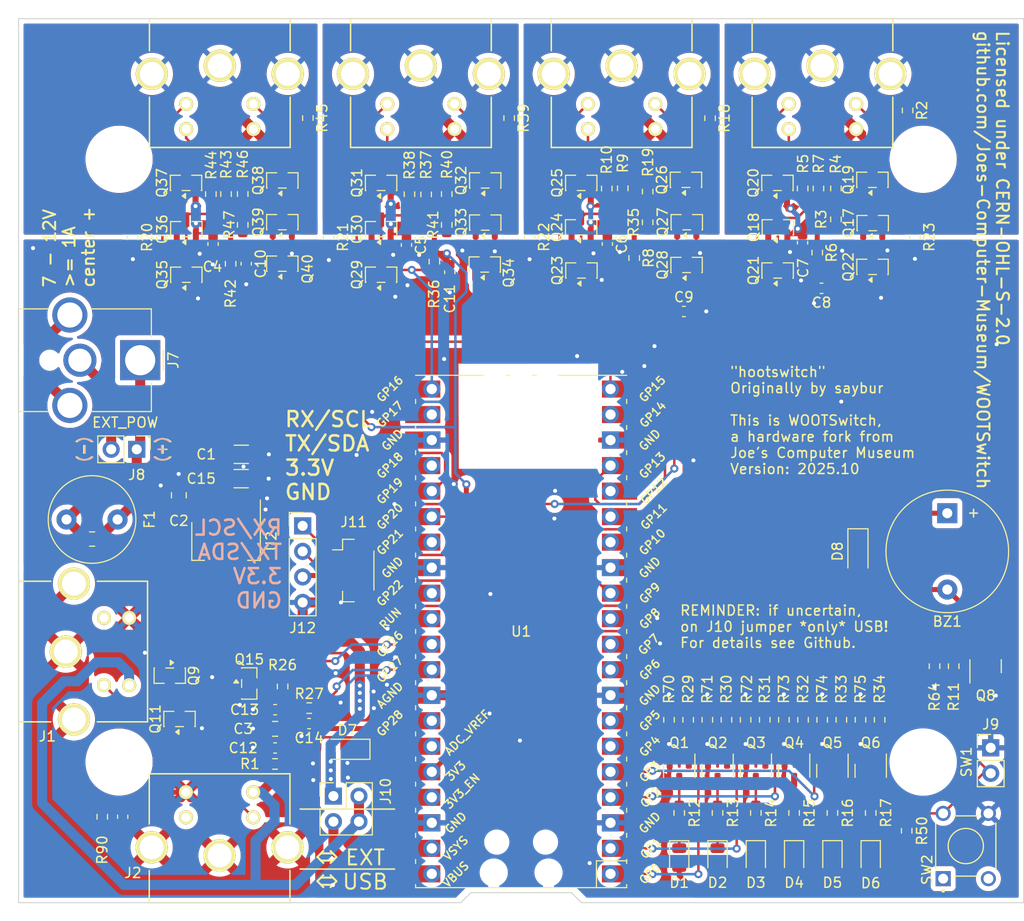
<source format=kicad_pcb>
(kicad_pcb (version 20241229) (generator "pcbnew") (generator_version "9.0")
  (layers (0 "F.Cu" signal) (2 "B.Cu" signal) (13 "F.Paste" user) (15 "B.Paste" user) (5 "F.SilkS" user "F.Silkscreen") (7 "B.SilkS" user "B.Silkscreen") (1 "F.Mask" user) (3 "B.Mask" user) (25 "Edge.Cuts" user))
  (net 0 "")
  (net 1 "+5V")
  (net 2 "GND")
  (net 3 "Net-(BZ1-+)")
  (net 4 "Net-(D7-A)")
  (net 5 "Net-(U2-VI)")
  (net 6 "Net-(D1-K)")
  (net 7 "/A_DI")
  (net 8 "Net-(D2-K)")
  (net 9 "Net-(D3-K)")
  (net 10 "Net-(D4-K)")
  (net 11 "Net-(D5-K)")
  (net 12 "Net-(D6-K)")
  (net 13 "Net-(D7-K)")
  (net 14 "Net-(J8-Pin_1)")
  (net 15 "Net-(J1-Pad5)")
  (net 18 "Net-(J8-Pin_2)")
  (net 19 "Net-(J10-Pin_3)")
  (net 20 "Net-(J11-Pin_2)")
  (net 21 "Net-(J11-Pin_1)")
  (net 22 "Net-(J13-Pad5)")
  (net 24 "ADB4_GND")
  (net 25 "Net-(J14-Pad5)")
  (net 26 "ADB3_GND")
  (net 27 "ADB2_GND")
  (net 28 "Net-(J15-Pad5)")
  (net 29 "ADB1_GND")
  (net 30 "Net-(J16-Pad5)")
  (net 31 "Net-(Q1-C)")
  (net 32 "Net-(Q1-B)")
  (net 33 "Net-(Q2-C)")
  (net 34 "Net-(Q2-B)")
  (net 35 "Net-(Q3-B)")
  (net 36 "Net-(Q3-C)")
  (net 37 "Net-(Q4-C)")
  (net 38 "Net-(Q4-B)")
  (net 39 "Net-(Q5-B)")
  (net 40 "Net-(Q5-C)")
  (net 41 "Net-(Q6-B)")
  (net 42 "Net-(Q6-C)")
  (net 43 "Net-(Q8-B)")
  (net 44 "Net-(Q17-D)")
  (net 45 "/A_DO")
  (net 46 "+3.3V")
  (net 47 "/LED1")
  (net 48 "/LED2")
  (net 49 "/LED3")
  (net 50 "/LED4")
  (net 51 "/LED5")
  (net 52 "/LED6")
  (net 53 "Net-(Q17-G)")
  (net 54 "Net-(Q18-D)")
  (net 55 "Net-(Q23-G)")
  (net 56 "Net-(Q26-G)")
  (net 57 "Net-(Q27-G)")
  (net 58 "Net-(Q29-G)")
  (net 59 "Net-(Q32-G)")
  (net 60 "Net-(Q33-G)")
  (net 61 "Net-(Q35-G)")
  (net 62 "/BUZZER")
  (net 63 "Net-(Q38-G)")
  (net 64 "Net-(Q39-G)")
  (net 67 "/SWITCH")
  (net 68 "/C1_DO")
  (net 69 "/C1_PSW")
  (net 70 "/C1_DI")
  (net 71 "/C2_DO")
  (net 72 "/C2_PSW")
  (net 73 "/C2_DI")
  (net 74 "/C3_DO")
  (net 75 "/C3_PSW")
  (net 76 "/C3_DI")
  (net 77 "/C4_DO")
  (net 78 "/C4_PSW")
  (net 79 "/C4_DI")
  (net 84 "ADB4_VDD")
  (net 85 "Net-(Q18-G)")
  (net 86 "ADB4_PWR_FLAG")
  (net 87 "ADB3_VDD")
  (net 88 "Net-(Q24-G)")
  (net 89 "ADB3_PWR_FLAG")
  (net 90 "ADB2_PWR_FLAG")
  (net 91 "Net-(Q30-G)")
  (net 92 "ADB2_VDD")
  (net 93 "ADB1_PWR_FLAG")
  (net 94 "ADB1_VDD")
  (net 95 "Net-(Q36-G)")
  (net 96 "ADB_HOST_DAT")
  (net 97 "Net-(Q11-D)")
  (footprint "Resistor_SMD:R_0603_1608Metric" (layer "F.Cu") (at 138.01 76.905 -90)
    (property "Reference" "R5")
    (property "Value" "4.7k")
  )
  (footprint "Resistor_SMD:R_0603_1608Metric" (layer "F.Cu") (at 108.81 69.895 -90)
    (property "Reference" "R39")
    (property "Value" "33")
  )
  (footprint "Resistor_SMD:R_0603_1608Metric" (layer "F.Cu") (at 71.35 81.765 -90)
    (property "Reference" "R20")
    (property "Value" "10k")
  )
  (footprint "Package_TO_SOT_SMD:SOT-23" (layer "F.Cu") (at 144.96 84.7075 90)
    (property "Reference" "Q22")
    (property "Value" "2N7002")
  )
  (footprint "Resistor_SMD:R_0603_1608Metric" (layer "F.Cu") (at 120.11 76.885 90)
    (property "Reference" "R9")
    (property "Value" "4.7k")
  )
  (footprint "Resistor_SMD:R_0603_1608Metric" (layer "F.Cu") (at 125.73 139.065 90)
    (property "Reference" "R12")
    (property "Value" "1K")
  )
  (footprint "Resistor_SMD:R_0603_1608Metric" (layer "F.Cu") (at 79.13 77.46 -90)
    (property "Reference" "R44")
    (property "Value" "4.7k")
  )
  (footprint "Package_TO_SOT_SMD:SOT-23" (layer "F.Cu") (at 126.46 84.5175 90)
    (property "Reference" "Q28")
    (property "Value" "2N7002")
  )
  (footprint "Resistor_SMD:R_0603_1608Metric" (layer "F.Cu") (at 82.3 77.455 -90)
    (property "Reference" "R46")
    (property "Value" "10k")
  )
  (footprint "LED_SMD:LED_0805_2012Metric" (layer "F.Cu") (at 133.35 143.51 -90)
    (property "Reference" "D3")
    (property "Value" "LED")
  )
  (footprint "Resistor_SMD:R_0603_1608Metric" (layer "F.Cu") (at 118.52 76.905 -90)
    (property "Reference" "R10")
    (property "Value" "4.7k")
  )
  (footprint "Package_TO_SOT_SMD:SOT-23" (layer "F.Cu") (at 135.5 76.3475 90)
    (property "Reference" "Q20")
    (property "Value" "2N7002")
  )
  (footprint "Package_TO_SOT_SMD:SOT-23" (layer "F.Cu") (at 116 85.0675 90)
    (property "Reference" "Q23")
    (property "Value" "2N7002")
  )
  (footprint "Resistor_SMD:R_0603_1608Metric" (layer "F.Cu") (at 132.334 129.794 -90)
    (property "Reference" "R72")
    (property "Value" "10K")
  )
  (footprint "Resistor_SMD:R_0603_1608Metric" (layer "F.Cu") (at 137.16 139.065 90)
    (property "Reference" "R15")
    (property "Value" "1K")
  )
  (footprint "Capacitor_SMD:C_0603_1608Metric" (layer "F.Cu") (at 85.525 128.79 180)
    (property "Reference" "C13")
    (property "Value" "100nF")
  )
  (footprint "Capacitor_SMD:C_0603_1608Metric" (layer "F.Cu") (at 98.59 82.525 -90)
    (property "Reference" "C5")
    (property "Value" "10n")
  )
  (footprint "Resistor_SMD:R_0603_1608Metric" (layer "F.Cu") (at 136.144 129.794 -90)
    (property "Reference" "R73")
    (property "Value" "10K")
  )
  (footprint "Resistor_SMD:R_0603_1608Metric" (layer "F.Cu") (at 68.326 139.446 -90)
    (property "Reference" "R90")
    (property "Value" "33")
  )
  (footprint "Inductor_SMD:L_0603_1608Metric" (layer "F.Cu") (at 70.358 139.446 -90)
    (property "Reference" "L1" (hide yes))
    (property "Value" "DNP")
  )
  (footprint "Resistor_SMD:R_0603_1608Metric" (layer "F.Cu") (at 148.45 69.135 -90)
    (property "Reference" "R2")
    (property "Value" "33")
  )
  (footprint "Fuse:Fuse_0805_2012Metric" (layer "F.Cu") (at 67.3175 111.8 180)
    (property "Reference" "F2" (hide yes))
    (property "Value" "500mA")
  )
  (footprint "Package_TO_SOT_SMD:SOT-23" (layer "F.Cu") (at 126.48 80.2625 90)
    (property "Reference" "Q27")
    (property "Value" "2N7002")
  )
  (footprint "Package_TO_SOT_SMD:SOT-23" (layer "F.Cu") (at 96.07 85.4875 90)
    (property "Reference" "Q29")
    (property "Value" "2N7002")
  )
  (footprint "Resistor_SMD:R_0603_1608Metric" (layer "F.Cu") (at 90.84 81.745 -90)
    (property "Reference" "R21")
    (property "Value" "10k")
  )
  (footprint "Resistor_SMD:R_0603_1608Metric" (layer "F.Cu") (at 139.46 83.285 -90)
    (property "Reference" "R6")
    (property "Value" "1k")
  )
  (footprint "Package_TO_SOT_SMD:SOT-23" (layer "F.Cu") (at 76.69 80.9525 90)
    (property "Reference" "Q36")
    (property "Value" "2N7002")
  )
  (footprint "Package_TO_SOT_SMD:SOT-23" (layer "F.Cu") (at 75.04 125.4025 -90)
    (property "Reference" "Q9")
    (property "Value" "2N7002")
  )
  (footprint "Capacitor_SMD:C_0603_1608Metric" (layer "F.Cu") (at 139.885 86.84 180)
    (property "Reference" "C8")
    (property "Value" "100N")
  )
  (footprint "MountingHole:MountingHole_2.7mm_M2.5" (layer "F.Cu") (at 70 74)
    (property "Reference" "H2" (hide yes))
    (property "Value" "M")
  )
  (footprint "Package_TO_SOT_SMD:SOT-23" (layer "F.Cu") (at 156.21 124.46 90)
    (property "Reference" "Q8")
    (property "Value" "MMBT3904")
  )
  (footprint "Package_TO_SOT_SMD:SOT-23" (layer "F.Cu") (at 133.35 134.874 -90)
    (property "Reference" "Q3")
    (property "Value" "MMBT3904")
  )
  (footprint "Resistor_SMD:R_0603_1608Metric" (layer "F.Cu") (at 122.59 80.275 -90)
    (property "Reference" "R35")
    (property "Value" "10k")
  )
  (footprint "Resistor_SMD:R_0603_1608Metric" (layer "F.Cu") (at 129.54 139.065 90)
    (property "Reference" "R13")
    (property "Value" "1K")
  )
  (footprint "Resistor_SMD:R_0603_1608Metric" (layer "F.Cu") (at 128.524 129.794 -90)
    (property "Reference" "R71")
    (property "Value" "10K")
  )
  (footprint "Resistor_SMD:R_0603_1608Metric" (layer "F.Cu") (at 102.6 80.53 -90)
    (property "Reference" "R41")
    (property "Value" "10k")
  )
  (footprint "Resistor_SMD:R_0603_1608Metric" (layer "F.Cu") (at 134.239 129.794 90)
    (property "Reference" "R31")
    (property "Value" "2K2")
  )
  (footprint "hootswitch:5749181-1" (layer "F.Cu") (at 60 123 90)
    (property "Reference" "J1")
    (property "Value" "Mini-DIN-4-G")
  )
  (footprint "Package_TO_SOT_SMD:SOT-23" (layer "F.Cu") (at 125.73 134.874 -90)
    (property "Reference" "Q1")
    (property "Value" "MMBT3904")
  )
  (footprint "Package_TO_SOT_SMD:SOT-23" (layer "F.Cu") (at 82.9525 126.18)
    (property "Reference" "Q15")
    (property "Value" "2N7002")
  )
  (footprint "Capacitor_SMD:C_0603_1608Metric" (layer "F.Cu") (at 79.35 82.435 -90)
    (property "Reference" "C4")
    (property "Value" "10n")
  )
  (footprint "hootswitch:5749181-1" (layer "F.Cu") (at 139.98 59.99)
    (property "Reference" "J13" (hide yes))
    (property "Value" "Mini-DIN-4-G")
  )
  (footprint "LED_SMD:LED_0805_2012Metric" (layer "F.Cu") (at 140.97 143.51 -90)
    (property "Reference" "D5")
    (property "Value" "LED")
  )
  (footprint "Package_TO_SOT_SMD:SOT-23" (layer "F.Cu") (at 96.07 76.3475 90)
    (property "Reference" "Q31")
    (property "Value" "2N7002")
  )
  (footprint "Connector_PinHeader_2.54mm:PinHeader_1x02_P2.54mm_Vertical" (layer "F.Cu") (at 156.718 132.583)
    (property "Reference" "J9")
    (property "Value" "SW1")
  )
  (footprint "hootswitch:SW_1825910-6-4" (layer "F.Cu") (at 154.24 142.36 90)
    (property "Reference" "SW2")
    (property "Value" "1825910-6")
  )
  (footprint "Resistor_SMD:R_0603_1608Metric" (layer "F.Cu") (at 80.64 77.46 90)
    (property "Reference" "R43")
    (property "Value" "4.7k")
  )
  (footprint "hootswitch:5749181-1" (layer "F.Cu") (at 80.02 59.99)
    (property "Reference" "J16" (hide yes))
    (property "Value" "Mini-DIN-4-G")
  )
  (footprint "LED_SMD:LED_0805_2012Metric" (layer "F.Cu") (at 125.73 143.51 -90)
    (property "Reference" "D1")
    (property "Value" "LED")
  )
  (footprint "Resistor_SMD:R_0603_1608Metric" (layer "F.Cu") (at 126.619 129.794 90)
    (property "Reference" "R29")
    (property "Value" "2K2")
  )
  (footprint "Package_TO_SOT_SMD:SOT-23" (layer "F.Cu") (at 135.52 85.0675 90)
    (property "Reference" "Q21")
    (property "Value" "2N7002")
  )
  (footprint "Connector_BarrelJack:BarrelJack_CUI_PJ-063AH_Horizontal_CircularHoles" (layer "F.Cu") (at 72.1 94 -90)
    (property "Reference" "J7")
    (property "Value" "Barrel_Jack_MountingPin")
  )
  (footprint "Resistor_SMD:R_0603_1608Metric" (layer "F.Cu") (at 81.1 84.4 -90)
    (property "Reference" "R42")
    (property "Value" "1k")
  )
  (footprint "Resistor_SMD:R_0603_1608Metric" (layer "F.Cu") (at 82.3 80.53 -90)
    (property "Reference" "R47")
    (property "Value" "10k")
  )
  (footprint "Capacitor_SMD:C_0603_1608Metric" (layer "F.Cu") (at 85.525 132.6 180)
    (property "Reference" "C12")
    (property "Value" "100nF")
  )
  (footprint "Resistor_SMD:R_0603_1608Metric" (layer "F.Cu") (at 153.035 124.46 -90)
    (property "Reference" "R11")
    (property "Value" "1K")
  )
  (footprint "Package_TO_SOT_SMD:SOT-23" (layer "F.Cu") (at 76.69 85.4925 90)
    (property "Reference" "Q35")
    (property "Value" "2N7002")
  )
  (footprint "MCU_RaspberryPi_and_Boards:RPi_Pico_SMD_TH" (layer "F.Cu") (at 110 121 180)
    (property "Reference" "U1")
    (property "Value" "Pico")
  )
  (footprint "Package_TO_SOT_SMD:SOT-223-3_TabPin2" (layer "F.Cu") (at 80.645 112.014 -90)
    (property "Reference" "U2")
    (property "Value" "LM1117-5.0")
  )
  (footprint "Resistor_SMD:R_0603_1608Metric" (layer "F.Cu") (at 151.13 124.46 -90)
    (property "Reference" "R64")
    (property "Value" "10K")
  )
  (footprint "Buzzer_Beeper:Buzzer_12x9.5RM7.6" (layer "F.Cu") (at 152.4 109.23 -90)
    (property "Reference" "BZ1")
    (property "Value" "Buzzer")
  )
  (footprint "Capacitor_SMD:C_1206_3216Metric" (layer "F.Cu") (at 82.155 103.37)
    (property "Reference" "C1")
    (property "Value" "47uF")
  )
  (footprint "Resistor_SMD:R_0603_1608Metric" (layer "F.Cu") (at 102.6 77.455 -90)
    (property "Reference" "R40")
    (property "Value" "10k")
  )
  (footprint "Resistor_SMD:R_0603_1608Metric" (layer "F.Cu") (at 88.915 128.63)
    (property "Reference" "R27")
    (property "Value" "1k")
  )
  (footprint "Capacitor_SMD:C_0603_1608Metric" (layer "F.Cu") (at 88.9 130.175 180)
    (property "Reference" "C14")
    (property "Value" "100nF")
  )
  (footprint "Resistor_SMD:R_0603_1608Metric" (layer "F.Cu") (at 85.515 134.19 180)
    (property "Reference" "R1")
    (property "Value" "470")
  )
  (footprint "Package_TO_SOT_SMD:SOT-23" (layer "F.Cu") (at 137.16 134.874 -90)
    (property "Reference" "Q4")
    (property "Value" "MMBT3904")
  )
  (footprint "Package_TO_SOT_SMD:SOT-23" (layer "F.Cu") (at 144.95 76.0425 90)
    (property "Reference" "Q19")
    (property "Value" "2N7002")
  )
  (footprint "Resistor_SMD:R_0603_1608Metric" (layer "F.Cu") (at 121.25 83.825 -90)
    (property "Reference" "R8")
    (property "Value" "1k")
  )
  (footprint "Connector_PinHeader_2.54mm:PinHeader_1x04_P2.54mm_Vertical" (layer "F.Cu") (at 88.265 110.49)
    (property "Reference" "J12")
    (property "Value" "TWI")
  )
  (footprint "Capacitor_SMD:C_0603_1608Metric" (layer "F.Cu") (at 126.19 89.15)
    (property "Reference" "C9")
    (property "Value" "100N")
  )
  (footprint "Package_TO_SOT_SMD:SOT-23" (layer "F.Cu") (at 106.38 84.4725 90)
    (property "Reference" "Q34")
    (property "Value" "2N7002")
  )
  (footprint "Package_TO_SOT_SMD:SOT-23" (layer "F.Cu") (at 106.43 80.2975 90)
    (property "Reference" "Q33")
    (property "Value" "2N7002")
  )
  (footprint "Resistor_SMD:R_0603_1608Metric" (layer "F.Cu") (at 100.55 77.495 90)
    (property "Reference" "R37")
    (property "Value" "4.7k")
  )
  (footprint "Package_TO_SOT_SMD:SOT-23" (layer "F.Cu") (at 96.07 80.9525 90)
    (property "Reference" "Q30")
    (property "Value" "2N7002")
  )
  (footprint "Resistor_SMD:R_0603_1608Metric" (layer "F.Cu") (at 128.8 69.91 -90)
    (property "Reference" "R18")
    (property "Value" "33")
  )
  (footprint "Resistor_SMD:R_0603_1608Metric" (layer "F.Cu") (at 138.049 129.794 90)
    (property "Reference" "R32")
    (property "Value" "2K2")
  )
  (footprint "Package_TO_SOT_SMD:SOT-23" (layer "F.Cu") (at 86.24 76.1025 90)
    (property "Reference" "Q38")
    (property "Value" "2N7002")
  )
  (footprint "Resistor_SMD:R_0603_1608Metric" (layer "F.Cu") (at 101.37 84.185 -90)
    (property "Reference" "R36")
    (property "Value" "1k")
  )
  (footprint "MountingHole:MountingHole_2.7mm_M2.5" (layer "F.Cu") (at 150 74)
    (property "Reference" "H4" (hide yes))
    (property "Value" "M")
  )
  (footprint "Resistor_SMD:R_0603_1608Metric" (layer "F.Cu") (at 141.32 76.895 -90)
    (property "Reference" "R4")
    (property "Value" "10k")
  )
  (footprint "Capacitor_SMD:C_0603_1608Metric" (layer "F.Cu") (at 138 82.305 -90)
    (property "Reference" "C7")
    (property "Value" "10n")
  )
  (footprint "hootswitch:5749181-1" (layer "F.Cu") (at 100.03 59.99)
    (property "Reference" "J15" (hide yes))
    (property "Value" "Mini-DIN-4-G")
  )
  (footprint "Package_TO_SOT_SMD:SOT-23" (layer "F.Cu") (at 115.97 80.7725 90)
    (property "Reference" "Q24")
    (property "Value" "2N7002")
  )
  (footprint "Resistor_SMD:R_0603_1608Metric" (layer "F.Cu") (at 148.36 140.845 -90)
    (property "Reference" "R50")
    (property "Value" "4K7")
  )
  (footprint "Package_TO_SOT_SMD:SOT-23" (layer "F.Cu") (at 76.01 129.7125 90)
    (property "Reference" "Q11")
    (property "Value" "2N7002")
  )
  (footprint "Resistor_SMD:R_0603_1608Metric" (layer "F.Cu") (at 140.97 139.065 90)
    (property "Reference" "R16")
    (property "Value" "1K")
  )
  (footprint "Package_TO_SOT_SMD:SOT-23" (layer "F.Cu") (at 86.24 80.2575 90)
    (property "Reference" "Q39")
    (property "Value" "2N7002")
  )
  (footprint "Resistor_SMD:R_0603_1608Metric" (layer "F.Cu") (at 133.35 139.065 90)
    (property "Reference" "R14")
    (property "Value" "1K")
  )
  (footprint "Resistor_SMD:R_0603_1608Metric" (layer "F.Cu") (at 139.58 76.905 90)
    (property "Reference" "R7")
    (property "Value" "4.7k")
  )
  (footprint "Package_TO_SOT_SMD:SOT-23" (layer "F.Cu") (at 86.24 84.3875 90)
    (property "Reference" "Q40")
    (property "Value" "2N7002")
  )
  (footprint "hootswitch:5749181-1" (layer "F.Cu") (at 120 59.99)
    (property "Reference" "J14" (hide yes))
    (property "Value" "Mini-DIN-4-G")
  )
  (footprint "Fuse:Fuse_Littelfuse_372_D8.50mm" (layer "F.Cu") (at 64.77 109.855)
    (property "Reference" "F1")
    (property "Value" "500mA")
  )
  (footprint "Connector_JST:JST_SH_BM04B-SRSS-TB_1x04-1MP_P1.00mm_Vertical" (layer "F.Cu") (at 93.345 114.935 -90)
    (property "Reference" "J11")
    (property "Value" "TWI")
  )
  (footprint "Resistor_SMD:R_0603_1608Metric" (layer "F.Cu") (at 88.78 69.895 -90)
    (property "Reference" "R45")
    (property "Value" "33")
  )
  (footprint "Capacitor_SMD:C_0603_1608Metric" (layer "F.Cu") (at 118.58 82.425 -90)
    (property "Reference" "C6")
    (property "Value" "10n")
  )
  (footprint "Resistor_SMD:R_0603_1608Metric" (layer "F.Cu") (at 141.32 79.98 -90)
    (property "Reference" "R3")
    (property "Value" "10k")
  )
  (footprint "Package_TO_SOT_SMD:SOT-23" (layer "F.Cu") (at 106.43 76.1025 90)
    (property "Reference" "Q32")
    (property "Value" "2N7002")
  )
  (footprint "Diode_SMD:D_SOD-123" (layer "F.Cu") (at 92.71 132.73 180)
    (property "Reference" "D7")
    (property "Value" "type=\"D\" model=\"B5819W\" lib=\"\"")
  )
  (footprint "MountingHole:MountingHole_2.7mm_M2.5" (layer "F.Cu") (at 150 134)
    (property "Reference" "H3" (hide yes))
    (property "Value" "M")
  )
  (footprint "Package_TO_SOT_SMD:SOT-23" (layer "F.Cu") (at 129.54 134.874 -90)
    (property "Reference" "Q2")
    (property "Value" "MMBT3904")
  )
  (footprint "Resistor_SMD:R_0603_1608Metric" (layer "F.Cu") (at 143.764 129.794 -90)
    (property "Reference" "R75")
    (property "Value" "10K")
  )
  (footprint "Resistor_SMD:R_0603_1608Metric" (layer "F.Cu") (at 124.714 129.794 -90)
    (property "Reference" "R70")
    (property "Value" "10K")
  )
  (footprint "hootswitch:5749181-1" (layer "F.Cu") (at 80 148 180)
    (property "Reference" "J2")
    (property "Value" "Mini-DIN-4-G")
  )
  (footprint "Resistor_SMD:R_0603_1608Metric" (layer "F.Cu") (at 110.85 81.745 -90)
    (property "Reference" "R22")
    (property "Value" "10k")
  )
  (footprint "MountingHole:MountingHole_2.7mm_M2.5" (layer "F.Cu") (at 70 134)
    (property "Reference" "H1" (hide yes))
    (property "Value" "M")
  )
  (footprint "Capacitor_SMD:C_0603_1608Metric" (layer "F.Cu") (at 102.9 85.245 -90)
    (property "Reference" "C11")
    (property "Value" "100N")
  )
  (footprint "Capacitor_SMD:C_0805_2012Metric" (layer "F.Cu") (at 75.946 107.442 90)
    (property "Reference" "C2")
    (property "Value" "10uF")
  )
  (footprint "Resistor_SMD:R_0603_1608Metric" (layer "F.Cu") (at 144.78 139.065 90)
    (property "Reference" "R17")
    (property "Value" "1K")
  )
  (footprint "Package_TO_SOT_SMD:SOT-23" (layer "F.Cu") (at 126.4 76.0425 90)
    (property "Reference" "Q26")
    (property "Value" "2N7002")
  )
  (footprint "Diode_SMD:D_SOD-123" (layer "F.Cu") (at 143.51 113.03 -90)
    (property "Reference" "D8")
    (property "Value" "B5819W")
  )
  (footprint "Resistor_SMD:R_0603_1608Metric" (layer "F.Cu") (at 130.429 129.794 90)
    (property "Reference" "R30")
    (property "Value" "2K2")
  )
  (footprint "Package_TO_SOT_SMD:SOT-23" (layer "F.Cu") (at 144.78 134.874 -90)
    (property "Reference" "Q6")
    (property "Value" "MMBT3904")
  )
  (footprint "Resistor_SMD:R_0603_1608Metric" (layer "F.Cu") (at 141.859 129.794 90)
    (property "Reference" "R33")
    (property "Value" "2K2")
  )
  (footprint "Package_TO_SOT_SMD:SOT-23" (layer "F.Cu") (at 135.54 80.7725 90)
    (property "Reference" "Q18")
    (property "Value" "2N7002")
  )
  (footprint "Package_TO_SOT_SMD:SOT-23" (layer "F.Cu") (at 115.98 76.3475 90)
    (property "Reference" "Q25")
    (property "Value" "2N7002")
  )
  (footprint "Resistor_SMD:R_0603_1608Metric" (layer "F.Cu") (at 98.89 77.475 -90)
    (property "Reference" "R38")
    (property "Value" "4.7k")
  )
  (footprint "Connector_PinHeader_2.54mm:PinHeader_2x02_P2.54mm_Vertical" (layer "F.Cu") (at 91.325 137.389)
    (property "Reference" "J10")
    (property "Value" "POWSEL")
  )
  (footprint "Capacitor_SMD:C_1206_3216Metric" (layer "F.Cu") (at 82.145 105.79)
    (property "Reference" "C15")
    (property "Value" "47uF")
  )
  (footprint "Package_TO_SOT_SMD:SOT-23" (layer "F.Cu") (at 144.98 80.3475 90)
    (property "Reference" "Q17")
    (property "Value" "2N7002")
  )
  (footprint "Connector_PinHeader_2.54mm:PinHeader_1x02_P2.54mm_Vertical" (layer "F.Cu") (at 71.755 102.87 -90)
    (property "Reference" "J8")
    (property "Value" "EXT_POW")
  )
  (footprint "Resistor_SMD:R_0603_1608Metric" (layer "F.Cu") (at 122.59 77.215 -90)
    (property "Reference" "R19")
    (property "Value" "10k")
  )
  (footprint "Resistor_SMD:R_0603_1608Metric" (layer "F.Cu") (at 139.954 129.794 -90)
    (property "Reference" "R74")
    (property "Value" "10K")
  )
  (footprint "Package_TO_SOT_SMD:SOT-23" (layer "F.Cu") (at 76.66 76.3475 90)
    (property "Reference" "Q37")
    (property "Value" "2N7002")
  )
  (footprint "Capacitor_SMD:C_0603_1608Metric" (layer "F.Cu") (at 82.65 84.395 -90)
    (property "Reference" "C10")
    (property "Value" "100N")
  )
  (footprint "Resistor_SMD:R_0603_1608Metric" (layer "F.Cu") (at 145.669 129.794 90)
    (property "Reference" "R34")
    (property "Value" "2K2")
  )
  (footprint "LED_SMD:LED_0805_2012Metric" (layer "F.Cu") (at 129.54 143.51 -90)
    (property "Reference" "D2")
    (property "Value" "LED")
  )
  (footprint "Resistor_SMD:R_0603_1608Metric" (layer "F.Cu") (at 86.27 126.475 90)
    (property "Reference" "R26")
    (property "Value" "10k")
  )
  (footprint "Resistor_SMD:R_0603_1608Metric" (layer "F.Cu") (at 149.18 81.745 -90)
    (property "Reference" "R23")
    (property "Value" "10k")
  )
  (footprint "Package_TO_SOT_SMD:SOT-23" (layer "F.Cu") (at 140.97 134.874 -90)
    (property "Reference" "Q5")
    (property "Value" "MMBT3904")
  )
  (footprint "LED_SMD:LED_0805_2012Metric" (layer "F.Cu") (at 137.16 143.51 -90)
    (property "Reference" "D4")
    (property "Value" "LED")
  )
  (footprint "Capacitor_SMD:C_0805_2012Metric" (layer "F.Cu") (at 85.525 130.695 180)
    (property "Reference" "C3")
    (property "Value" "10uF")
  )
  (footprint "LED_SMD:LED_0805_2012Metric" (layer "F.Cu") (at 144.78 143.51 -90)
    (property "Reference" "D6")
    (property "Value" "LED")
  )
  (gr_line (start 88.011 138.684) (end 97.409 138.684) (stroke (width 0.15)) (layer "F.SilkS"))
  (gr_line (start 88.011 144.653) (end 97.409 144.653) (stroke (width 0.15)) (layer "F.SilkS"))
  (gr_line (start 160 60) (end 60 60) (stroke (width 0.1)) (layer "Edge.Cuts"))
  (gr_line (start 60 148) (end 104 148) (stroke (width 0.1)) (layer "Edge.Cuts"))
  (gr_line (start 60 60) (end 60 148) (stroke (width 0.1)) (layer "Edge.Cuts"))
  (gr_line (start 115 147) (end 116 148) (stroke (width 0.1)) (layer "Edge.Cuts"))
  (gr_line (start 116 148) (end 160 148) (stroke (width 0.1)) (layer "Edge.Cuts"))
  (gr_line (start 104 148) (end 105 147) (stroke (width 0.1)) (layer "Edge.Cuts"))
  (gr_line (start 105 147) (end 115 147) (stroke (width 0.1)) (layer "Edge.Cuts"))
  (gr_line (start 160 60) (end 160 148) (stroke (width 0.1)) (layer "Edge.Cuts"))
  (gr_text "7 - 12V\n>= 1A\ncenter +" (at 65.024 86.868 90) (layer "F.SilkS") (effects (font (size 1.2 1.2) (thickness 0.2)) (justify left)))
  (gr_text "REMINDER: if uncertain,\non J10 jumper *only* USB!\nFor details see Github." (at 125.73 120.523 0) (layer "F.SilkS") (effects (font (size 1 1)) (justify left)))
  (gr_text "⇔" (at 90.678 145.669 0) (layer "F.SilkS") (effects (font (size 2.5 2.5) (thickness 0.2))))
  (gr_text "USB" (at 94.488 145.923 0) (layer "F.SilkS") (effects (font (size 1.5 1.5) (thickness 0.2))))
  (gr_text "(+)" (at 74.295 102.87 90) (layer "F.SilkS") (effects (font (size 1 1))))
  (gr_text "RX/SCL\nTX/SDA\n3.3V\nGND" (at 86.36 103.505 0) (layer "F.SilkS") (effects (font (size 1.5 1.5) (thickness 0.25)) (justify left)))
  (gr_text "⇔" (at 90.678 143.256 0) (layer "F.SilkS") (effects (font (size 2.5 2.5) (thickness 0.2))))
  (gr_text "Licensed under CERN-OHL-S-2.0\ngithub.com/Joes-Computer-Museum/WOOTSwitch" (at 156.91 61.09 270) (layer "F.SilkS") (effects (font (size 1.2 1.2) (thickness 0.2)) (justify left)))
  (gr_text "(-)" (at 66.421 102.87 90) (layer "F.SilkS") (effects (font (size 1 1))))
  (gr_text "EXT" (at 94.488 143.51 0) (layer "F.SilkS") (effects (font (size 1.5 1.5) (thickness 0.2))))
  (gr_text "{dblquote}hootswitch{dblquote}\nOriginally by saybur\n\nThis is WOOTSwitch,\na hardware fork from\nJoe's Computer Museum\nVersion: 2025.10" (at 130.71 105.41 0) (layer "F.SilkS") (effects (font (size 1 1)) (justify left bottom)))
  (gr_text "(+)" (at 74.168 102.87 90) (layer "B.SilkS") (effects (font (size 1 1)) (justify mirror)))
  (gr_text "(-)" (at 66.548 102.87 90) (layer "B.SilkS") (effects (font (size 1 1)) (justify mirror)))
  (gr_text "RX/SCL\nTX/SDA\n3.3V\nGND" (at 86.36 114.3 0) (layer "B.SilkS") (effects (font (size 1.5 1.5) (thickness 0.25)) (justify left mirror)))
  (segment (start 61.549999 93.050001) (end 61.549999 94.949999) (width 1) (layer "F.Cu") (net 0))
  (segment (start 65.1 89.5) (end 61.549999 93.050001) (width 1) (layer "F.Cu") (net 0))
  (segment (start 61.549999 94.949999) (end 65.1 98.5) (width 1) (layer "F.Cu") (net 0))
  (segment (start 83.4 136.95) (end 83.35 137) (width 1) (layer "F.Cu") (net 1))
  (segment (start 83.33 136.98) (end 83.35 137) (width 0.5) (layer "F.Cu") (net 1))
  (segment (start 83.325 136.975) (end 83.35 137) (width 0.5) (layer "F.Cu") (net 1))
  (segment (start 86.3 128.79) (end 86.3 134.88) (width 1) (layer "F.Cu") (net 1))
  (segment (start 86.3 128.79) (end 86.3 127.33) (width 0.25) (layer "F.Cu") (net 1))
  (segment (start 86.3 127.33) (end 86.27 127.3) (width 0.25) (layer "F.Cu") (net 1))
  (segment (start 93.865 137.389) (end 93.865 139.929) (width 1) (layer "F.Cu") (net 1))
  (segment (start 84.23 136.95) (end 83.4 136.95) (width 1) (layer "F.Cu") (net 1))
  (segment (start 86.3 134.88) (end 84.23 136.95) (width 1) (layer "F.Cu") (net 1))
  (segment (start 82.45 146.23) (end 83.58 146.23) (width 1) (layer "B.Cu") (net 1))
  (segment (start 64.52 125.96) (end 62.34 128.14) (width 1) (layer "B.Cu") (net 1))
  (segment (start 65.84 125.96) (end 64.52 125.96) (width 1) (layer "B.Cu") (net 1))
  (segment (start 83.58 141.82) (end 85.47 139.93) (width 1) (layer "B.Cu") (net 1))
  (segment (start 71 125.14) (end 69.94 124.08) (width 1) (layer "B.Cu") (net 1))
  (segment (start 62.34 138.09) (end 70.48 146.23) (width 1) (layer "B.Cu") (net 1))
  (segment (start 70.48 146.23) (end 82.45 146.23) (width 1) (layer "B.Cu") (net 1))
  (segment (start 85.47 139.93) (end 85.47 138.32) (width 1) (layer "B.Cu") (net 1))
  (segment (start 85.47 138.32) (end 84.15 137) (width 1) (layer "B.Cu") (net 1))
  (segment (start 83.58 146.23) (end 83.58 141.82) (width 1) (layer "B.Cu") (net 1))
  (segment (start 84.15 137) (end 83.35 137) (width 1) (layer "B.Cu") (net 1))
  (segment (start 71 126.35) (end 71 125.14) (width 1) (layer "B.Cu") (net 1))
  (segment (start 82.45 146.23) (end 87.564 146.23) (width 1) (layer "B.Cu") (net 1))
  (segment (start 87.564 146.23) (end 93.865 139.929) (width 1) (layer "B.Cu") (net 1))
  (segment (start 69.94 124.08) (end 67.72 124.08) (width 1) (layer "B.Cu") (net 1))
  (segment (start 67.72 124.08) (end 65.84 125.96) (width 1) (layer "B.Cu") (net 1))
  (segment (start 62.34 128.14) (end 62.34 138.09) (width 1) (layer "B.Cu") (net 1))
  (segment (start 132.334 128.969) (end 132.334 127.254) (width 0.5) (layer "F.Cu") (net 2))
  (segment (start 94.62 129.84) (end 95.15 129.31) (width 0.25) (layer "F.Cu") (net 2))
  (segment (start 92.04 128.83) (end 92.94 129.73) (width 0.25) (layer "F.Cu") (net 2))
  (segment (start 97.4 108.32) (end 103.01 108.32) (width 0.25) (layer "F.Cu") (net 2))
  (segment (start 101.11 127.35) (end 103.16 127.35) (width 1) (layer "F.Cu") (net 2))
  (segment (start 118.015 86.005) (end 118.02 86.01) (width 0.25) (layer "F.Cu") (net 2))
  (segment (start 82.45 103.38) (end 82.35 103.48) (width 1) (layer "F.Cu") (net 2))
  (segment (start 157.16 127.315) (end 157.226 127.381) (width 0.5) (layer "F.Cu") (net 2))
  (segment (start 139.954 128.969) (end 139.954 127.254) (width 0.5) (layer "F.Cu") (net 2))
  (segment (start 103.16 127.35) (end 103.22 127.41) (width 1) (layer "F.Cu") (net 2))
  (segment (start 92.81 127.5) (end 92.81 126.32) (width 0.25) (layer "F.Cu") (net 2))
  (segment (start 92.02 116.435) (end 92.02 118.055) (width 0.5) (layer "F.Cu") (net 2))
  (segment (start 103.01 108.32) (end 103.04 108.29) (width 0.25) (layer "F.Cu") (net 2))
  (segment (start 92.48 127.64) (end 92.67 127.64) (width 0.25) (layer "F.Cu") (net 2))
  (segment (start 92.02 131.53) (end 90.21 131.53) (width 0.25) (layer "F.Cu") (net 2))
  (segment (start 92.44 124.55) (end 92.44 124.53) (width 0.25) (layer "F.Cu") (net 2))
  (segment (start 92.02 118.055) (end 92.075 118.11) (width 0.5) (layer "F.Cu") (net 2))
  (segment (start 91.55 125.15) (end 91.84 125.15) (width 0.25) (layer "F.Cu") (net 2))
  (segment (start 151.13 125.285) (end 151.13 126.492) (width 0.25) (layer "F.Cu") (net 2))
  (segment (start 97.02 86.425) (end 97.02 87.22) (width 0.5) (layer "F.Cu") (net 2))
  (segment (start 93.05 129.84) (end 94.54 129.84) (width 0.25) (layer "F.Cu") (net 2))
  (segment (start 96.7 100.66) (end 102.54 100.66) (width 0.25) (layer "F.Cu") (net 2))
  (segment (start 73.6 123.15) (end 73.66 123.21) (width 0.25) (layer "F.Cu") (net 2))
  (segment (start 87.19 85.325) (end 87.19 81.195) (width 0.5) (layer "F.Cu") (net 2))
  (segment (start 139.88 83.25) (end 140.261 83.631) (width 0.25) (layer "F.Cu") (net 2))
  (segment (start 82.945 108.864) (end 82.945 103.385) (width 1) (layer "F.Cu") (net 2))
  (segment (start 77.64 86.43) (end 77.64 87.64) (width 0.5) (layer "F.Cu") (net 2))
  (segment (start 97.05 127.35) (end 97.03 127.37) (width 1) (layer "F.Cu") (net 2))
  (segment (start 72.57 123.12) (end 73.57 123.12) (width 0.25) (layer "F.Cu") (net 2))
  (segment (start 136.21 133.9365) (end 136.21 132.273) (width 0.5) (layer "F.Cu") (net 2))
  (segment (start 97.71 118.46) (end 97.64 118.53) (width 0.25) (layer "F.Cu") (net 2))
  (segment (start 92.04 128.08) (end 92.04 128.83) (width 0.25) (layer "F.Cu") (net 2))
  (segment (start 128.59 132.273) (end 128.524 132.207) (width 0.5) (layer "F.Cu") (net 2))
  (segment (start 103.16 127.35) (end 103.16 118.99) (width 0.25) (layer "F.Cu") (net 2))
  (segment (start 92.72 132.23) (end 92.31 131.82) (width 0.25) (layer "F.Cu") (net 2))
  (segment (start 73.66 123.21) (end 77.02 123.21) (width 0.25) (layer "F.Cu") (net 2))
  (segment (start 72.8415 138.6585) (end 74.5 137) (width 0.5) (layer "F.Cu") (net 2))
  (segment (start 75.93 105.32) (end 75.93 106.476) (width 0.5) (layer "F.Cu") (net 2))
  (segment (start 143.83 132.273) (end 143.764 132.207) (width 0.5) (layer "F.Cu") (net 2))
  (segment (start 83.334 124.604) (end 83.45 124.72) (width 0.25) (layer "F.Cu") (net 2))
  (segment (start 73.57 123.12) (end 73.6 123.15) (width 0.25) (layer "F.Cu") (net 2))
  (segment (start 143.764 128.969) (end 143.764 127.254) (width 0.5) (layer "F.Cu") (net 2))
  (segment (start 94.54 129.84) (end 94.62 129.84) (width 0.25) (layer "F.Cu") (net 2))
  (segment (start 103.3 106.33) (end 103.3 102.52) (width 0.25) (layer "F.Cu") (net 2))
  (segment (start 74.5 137) (end 76.65 137) (width 0.5) (layer "F.Cu") (net 2))
  (segment (start 88.125 130.175) (end 88.125 131.385) (width 0.5) (layer "F.Cu") (net 2))
  (segment (start 103.3 102.52) (end 103.17 102.39) (width 0.25) (layer "F.Cu") (net 2))
  (segment (start 136.144 128.969) (end 136.144 127.254) (width 0.5) (layer "F.Cu") (net 2))
  (segment (start 91.84 125.15) (end 92.44 124.55) (width 0.25) (layer "F.Cu") (net 2))
  (segment (start 124.78 133.9365) (end 124.78 132.273) (width 0.5) (layer "F.Cu") (net 2))
  (segment (start 95.18 99.14) (end 96.7 100.66) (width 0.25) (layer "F.Cu") (net 2))
  (segment (start 92.44 124.53) (end 92.66 124.31) (width 0.25) (layer "F.Cu") (net 2))
  (segment (start 88.125 131.385) (end 88.15 131.41) (width 0.5) (layer "F.Cu") (net 2))
  (segment (start 92.94 129.73) (end 93.05 129.84) (width 0.25) (layer "F.Cu") (net 2))
  (segment (start 107.38 85.36) (end 107.33 85.41) (width 0.25) (layer "F.Cu") (net 2))
  (segment (start 77.64 87.64) (end 77.85 87.85) (width 0.5) (layer "F.Cu") (net 2))
  (segment (start 128.524 128.969) (end 128.524 127.254) (width 0.5) (layer "F.Cu") (net 2))
  (segment (start 124.78 132.273) (end 124.714 132.207) (width 0.5) (layer "F.Cu") (net 2))
  (segment (start 75.924 106.47) (end 75.946 106.492) (width 0.5) (layer "F.Cu") (net 2))
  (segment (start 83.45 124.72) (end 89.79 124.72) (width 0.25) (layer "F.Cu") (net 2))
  (segment (start 136.21 132.273) (end 136.144 132.207) (width 0.5) (layer "F.Cu") (net 2))
  (segment (start 82.94 103.38) (end 82.45 103.38) (width 1) (layer "F.Cu") (net 2))
  (segment (start 107.38 83.16) (end 107.38 85.36) (width 0.25) (layer "F.Cu") (net 2))
  (segment (start 138 83.08) (end 138.17 83.25) (width 0.25) (layer "F.Cu") (net 2))
  (segment (start 116.95 86.005) (end 118.015 86.005) (width 0.25) (layer "F.Cu") (net 2))
  (segment (start 84.059 107.75) (end 82.945 108.864) (width 0.5) (layer "F.Cu") (net 2))
  (segment (start 92.31 131.82) (end 92.02 131.53) (width 0.25) (layer "F.Cu") (net 2))
  (segment (start 140.02 132.273) (end 139.954 132.207) (width 0.5) (layer "F.Cu") (net 2))
  (segment (start 92.67 127.64) (end 92.81 127.5) (width 0.25) (layer "F.Cu") (net 2))
  (segment (start 75.93 106.476) (end 75.946 106.492) (width 0.5) (layer "F.Cu") (net 2))
  (segment (start 82.35 103.48) (end 82.36 103.49) (width 1) (layer "F.Cu") (net 2))
  (segment (start 138.17 83.25) (end 139.88 83.25) (width 0.25) (layer "F.Cu") (net 2))
  (segment (start 74.14 106.47) (end 75.924 106.47) (width 0.5) (layer "F.Cu") (net 2))
  (segment (start 70.358 138.6585) (end 72.8415 138.6585) (width 0.5) (layer "F.Cu") (net 2))
  (segment (start 92.66 123.62) (end 92.2 123.16) (width 0.25) (layer "F.Cu") (net 2))
  (segment (start 140.02 133.9365) (end 140.02 132.273) (width 0.5) (layer "F.Cu") (net 2))
  (segment (start 157.16 125.3975) (end 157.16 127.315) (width 0.5) (layer "F.Cu") (net 2))
  (segment (start 92.66 124.31) (end 92.66 123.62) (width 0.25) (layer "F.Cu") (net 2))
  (segment (start 84.72 107.75) (end 84.059 107.75) (width 0.5) (layer "F.Cu") (net 2))
  (segment (start 80.206 124.604) (end 83.334 124.604) (width 0.25) (layer "F.Cu") (net 2))
  (segment (start 82.36 103.49) (end 82.36 106) (width 1) (layer "F.Cu") (net 2))
  (segment (start 87.19 81.195) (end 87.19 83.38) (width 0.25) (layer "F.Cu") (net 2))
  (segment (start 128.59 133.9365) (end 128.59 132.273) (width 0.5) (layer "F.Cu") (net 2))
  (segment (start 132.4 133.9365) (end 132.4 132.273) (width 0.5) (layer "F.Cu") (net 2))
  (segment (start 67.33 112.94) (end 67.33 110.65) (width 0.25) (layer "F.Cu") (net 2))
  (segment (start 92.04 128.08) (end 92.48 127.64) (width 0.25) (layer "F.Cu") (net 2))
  (segment (start 97.02 87.22) (end 97.48 87.68) (width 0.5) (layer "F.Cu") (net 2))
  (segment (start 140.261 83.631) (end 140.261 84.809) (width 0.25) (layer "F.Cu") (net 2))
  (segment (start 143.83 133.9365) (end 143.83 132.273) (width 0.5) (layer "F.Cu") (net 2))
  (segment (start 92.72 134.09) (end 92.72 132.23) (width 0.25) (layer "F.Cu") (net 2))
  (segment (start 127.43 81.2) (end 127.43 82.26) (width 0.25) (layer "F.Cu") (net 2))
  (segment (start 107.38 81.235) (end 107.38 83.16) (width 0.25) (layer "F.Cu") (net 2))
  (segment (start 102.63 118.46) (end 97.71 118.46) (width 0.25) (layer "F.Cu") (net 2))
  (segment (start 82.945 103.385) (end 82.94 103.38) (width 1) (layer "F.Cu") (net 2))
  (segment (start 70.358 138.6585) (end 68.3635 138.6585) (width 0.5) (layer "F.Cu") (net 2))
  (segment (start 68.3635 138.6585) (end 68.326 138.621) (width 0.5) (layer "F.Cu") (net 2))
  (segment (start 84.57 108.864) (end 82.945 108.864) (width 0.5) (layer "F.Cu") (net 2))
  (segment (start 103.16 118.99) (end 102.63 118.46) (width 0.25) (layer "F.Cu") (net 2))
  (segment (start 92.2 123.16) (end 90.46 123.16) (width 0.25) (layer "F.Cu") (net 2))
  (segment (start 140.261 84.809) (end 139.8 85.27) (width 0.25) (layer "F.Cu") (net 2))
  (segment (start 79.26 125.55) (end 80.206 124.604) (width 0.25) (layer "F.Cu") (net 2))
  (segment (start 124.714 128.969) (end 124.714 127.254) (width 0.5) (layer "F.Cu") (net 2))
  (segment (start 127.43 82.26) (end 127.42 82.27) (width 0.25) (layer "F.Cu") (net 2))
  (segment (start 101.11 127.35) (end 97.05 127.35) (width 1) (layer "F.Cu") (net 2))
  (segment (start 87.19 83.38) (end 87.19 85.325) (width 0.25) (layer "F.Cu") (net 2))
  (segment (start 132.4 132.273) (end 132.334 132.207) (width 0.5) (layer "F.Cu") (net 2))
  (via (at 97.27 83.51) (size 0.8) (drill 0.4) (layers "F.Cu" "B.Cu") (net 2))
  (via (at 113.31 109.76) (size 0.8) (drill 0.4) (layers "F.Cu" "B.Cu") (net 2))
  (via (at 128.524 127.254) (size 0.8) (drill 0.4) (layers "F.Cu" "B.Cu") (net 2))
  (via (at 106.94 117.27) (size 0.8) (drill 0.4) (layers "F.Cu" "B.Cu") (net 2))
  (via (at 97.48 87.68) (size 0.8) (drill 0.4) (layers "F.Cu" "B.Cu") (net 2))
  (via (at 110.84 83.95) (size 0.8) (drill 0.4) (layers "F.Cu" "B.Cu") (net 2))
  (via (at 107.38 83.16) (size 0.8) (drill 0.4) (layers "F.Cu" "B.Cu") (net 2))
  (via (at 95.32 126.98) (size 0.8) (drill 0.4) (layers "F.Cu" "B.Cu") (net 2))
  (via (at 71.37 83.94) (size 0.8) (drill 0.4) (layers "F.Cu" "B.Cu") (net 2))
  (via (at 124.714 127.254) (size 0.8) (drill 0.4) (layers "F.Cu" "B.Cu") (net 2))
  (via (at 116.82 144.06) (size 0.8) (drill 0.4) (layers "F.Cu" "B.Cu") (net 2))
  (via (at 139.954 132.207) (size 0.8) (drill 0.4) (layers "F.Cu" "B.Cu") (net 2))
  (via (at 83.32 132.57) (size 0.8) (drill 0.4) (layers "F.Cu" "B.Cu") (net 2))
  (via (at 123.27 92.6) (size 0.8) (drill 0.4) (layers "F.Cu" "B.Cu") (net 2))
  (via (at 89.32 135.8) (size 0.8) (drill 0.4) (layers "F.Cu" "B.Cu") (net 2))
  (via (at 136.75 83.23) (size 0.8) (drill 0.4) (layers "F.Cu" "B.Cu") (net 2))
  (via (at 91.55 125.15) (size 0.8) (drill 0.4) (layers "F.Cu" "B.Cu") (net 2))
  (via (at 83.32 128.76) (size 0.8) (drill 0.4) (layers "F.Cu" "B.Cu") (net 2))
  (via (at 117.2 83.36) (size 0.8) (drill 0.4) (layers "F.Cu" "B.Cu") (net 2))
  (via (at 90.87 84.03) (size 0.8) (drill 0.4) (layers "F.Cu" "B.Cu") (net 2))
  (via (at 119.82 83.23) (size 0.8) (drill 0.4) (layers "F.Cu" "B.Cu") (net 2))
  (via (at 77.85 87.85) (size 0.8) (drill 0.4) (layers "F.Cu" "B.Cu") (net 2))
  (via (at 93.63 103.43) (size 0.8) (drill 0.4) (layers "F.Cu" "B.Cu") (net 2))
  (via (at 95.35 128.64) (size 0.8) (drill 0.4) (layers "F.Cu" "B.Cu") (net 2))
  (via (at 78.02 83.4) (size 0.8) (drill 0.4) (layers "F.Cu" "B.Cu") (net 2))
  (via (at 113.38 107) (size 0.8) (drill 0.4) (layers "F.Cu" "B.Cu") (net 2))
  (via (at 115.57 93.59) (size 0.8) (drill 0.4) (layers "F.Cu" "B.Cu") (net 2))
  (via (at 141.85 98.12) (size 0.8) (drill 0.4) (layers "F.Cu" "B.Cu") (net 2))
  (via (at 82.65 86.44) (size 0.8) (drill 0.4) (layers "F.Cu" "B.Cu") (net 2))
  (via (at 92.77 135.55) (size 0.8) (drill 0.4) (layers "F.Cu" "B.Cu") (net 2))
  (via (at 72.57 123.12) (size 0.8) (drill 0.4) (layers "F.Cu" "B.Cu") (net 2))
  (via (at 61.44 82.84) (size 0.8) (drill 0.4) (layers "F.Cu" "B.Cu") (net 2))
  (via (at 149.18 83.91) (size 0.8) (drill 0.4) (layers "F.Cu" "B.Cu") (net 2))
  (via (at 92.075 118.11) (size 0.8) (drill 0.4) (layers "F.Cu" "B.Cu") (net 2))
  (via (at 88.15 131.41) (size 0.8) (drill 0.4) (layers "F.Cu" "B.Cu") (net 2))
  (via (at 123.54 119.67) (size 0.8) (drill 0.4) (layers "F.Cu" "B.Cu") (net 2))
  (via (at 97.4 108.32) (size 0.8) (drill 0.4) (layers "F.Cu" "B.Cu") (net 2))
  (via (at 102.34 93.88) (size 0.8) (drill 0.4) (layers "F.Cu" "B.Cu") (net 2))
  (via (at 128.524 132.207) (size 0.8) (drill 0.4) (layers "F.Cu" "B.Cu") (net 2))
  (via (at 143.764 132.207) (size 0.8) (drill 0.4) (layers "F.Cu" "B.Cu") (net 2))
  (via (at 104.15 83.08) (size 0.8) (drill 0.4) (layers "F.Cu" "B.Cu") (net 2))
  (via (at 109.88 131.86) (size 0.8) (drill 0.4) (layers "F.Cu" "B.Cu") (net 2))
  (via (at 95.18 99.14) (size 0.8) (drill 0.4) (layers "F.Cu" "B.Cu") (net 2))
  (via (at 136.144 132.207) (size 0.8) (drill 0.4) (layers "F.Cu" "B.Cu") (net 2))
  (via (at 87.19 83.38) (size 0.8) (drill 0.4) (layers "F.Cu" "B.Cu") (net 2))
  (via (at 127.14 103.97) (size 0.8) (drill 0.4) (layers "F.Cu" "B.Cu") (net 2))
  (via (at 120.06 95.16) (size 0.8) (drill 0.4) (layers "F.Cu" "B.Cu") (net 2))
  (via (at 99.85 83.52) (size 0.8) (drill 0.4) (layers "F.Cu" "B.Cu") (net 2))
  (via (at 75.93 105.32) (size 0.8) (drill 0.4) (layers "F.Cu" "B.Cu") (net 2))
  (via (at 84.88 105.79) (size 0.8) (drill 0.4) (layers "F.Cu" "B.Cu") (net 2))
  (via (at 139.14 88.33) (size 0.8) (drill 0.4) (layers "F.Cu" "B.Cu") (net 2))
  (via (at 136.144 127.254) (size 0.8) (drill 0.4) (layers "F.Cu" "B.Cu") (net 2))
  (via (at 98.69 86.54) (size 0.8) (drill 0.4) (layers "F.Cu" "B.Cu") (net 2))
  (via (at 92.04 128.08) (size 0.8) (drill 0.4) (layers "F.Cu" "B.Cu") (net 2))
  (via (at 143.764 127.254) (size 0.8) (drill 0.4) (layers "F.Cu" "B.Cu") (net 2))
  (via (at 84.72 107.75) (size 0.8) (drill 0.4) (layers "F.Cu" "B.Cu") (net 2))
  (via (at 79.32 84.47) (size 0.8) (drill 0.4) (layers "F.Cu" "B.Cu") (net 2))
  (via (at 137.85 86.06) (size 0.8) (drill 0.4) (layers "F.Cu" "B.Cu") (net 2))
  (via (at 118.02 86.01) (size 0.8) (drill 0.4) (layers "F.Cu" "B.Cu") (net 2))
  (via (at 157.226 127.381) (size 0.8) (drill 0.4) (layers "F.Cu" "B.Cu") (net 2))
  (via (at 84.9 103.37) (size 0.8) (drill 0.4) (layers "F.Cu" "B.Cu") (net 2))
  (via (at 127.8 83.33) (size 0.8) (drill 0.4) (layers "F.Cu" "B.Cu") (net 2))
  (via (at 128.42 89.14) (size 0.8) (drill 0.4) (layers "F.Cu" "B.Cu") (net 2))
  (via (at 139.954 127.254) (size 0.8) (drill 0.4) (layers "F.Cu" "B.Cu") (net 2))
  (via (at 102.9 87.25) (size 0.8) (drill 0.4) (layers "F.Cu" "B.Cu") (net 2))
  (via (at 96.65 126.3) (size 0.8) (drill 0.4) (layers "F.Cu" "B.Cu") (net 2))
  (via (at 157.31 92.41) (size 0.8) (drill 0.4) (layers "F.Cu" "B.Cu") (net 2))
  (via (at 122.26 94.58) (size 0.8) (drill 0.4) (layers "F.Cu" "B.Cu") (net 2))
  (via (at 146.44 83.07) (size 0.8) (drill 0.4) (layers "F.Cu" "B.Cu") (net 2))
  (via (at 82.38 104.59) (size 0.8) (drill 0.4) (layers "F.Cu" "B.Cu") (net 2))
  (via (at 84.57 108.864) (size 0.8) (drill 0.4) (layers "F.Cu" "B.Cu") (net 2))
  (via (at 97.46 123.57) (size 0.8) (drill 0.4) (layers "F.Cu" "B.Cu") (net 2))
  (via (at 151.13 126.492) (size 0.8) (drill 0.4) (layers "F.Cu" "B.Cu") (net 2))
  (via (at 78.24 130.63) (size 0.8) (drill 0.4) (layers "F.Cu" "B.Cu") (net 2))
  (via (at 132.334 132.207) (size 0.8) (drill 0.4) (layers "F.Cu" "B.Cu") (net 2))
  (via (at 92.72 134.09) (size 0.8) (drill 0.4) (layers "F.Cu" "B.Cu") (net 2))
  (via (at 83.32 130.665) (size 0.8) (drill 0.4) (layers "F.Cu" "B.Cu") (net 2))
  (via (at 145.81 87.79) (size 0.8) (drill 0.4) (layers "F.Cu" "B.Cu") (net 2))
  (via (at 96.71 120.72) (size 0.8) (drill 0.4) (layers "F.Cu" "B.Cu") (net 2))
  (via (at 74.14 106.47) (size 0.8) (drill 0.4) (layers "F.Cu" "B.Cu") (net 2))
  (via (at 103.3 106.33) (size 0.8) (drill 0.4) (layers "F.Cu" "B.Cu") (net 2))
  (via (at 91.28 146.24) (size 0.8) (drill 0.4) (layers "F.Cu" "B.Cu") (net 2))
  (via (at 123.82 122.19) (size 0.8) (drill 0.4) (layers "F.Cu" "B.Cu") (net 2))
  (via (at 132.334 127.254) (size 0.8) (drill 0.4) (layers "F.Cu" "B.Cu") (net 2))
  (via (at 141.94 83.1) (size 0.8) (drill 0.4) (layers "F.Cu" "B.Cu") (net 2))
  (via (at 89.29 134.14) (size 0.8) (drill 0.4) (layers "F.Cu" "B.Cu") (net 2))
  (via (at 79.26 125.55) (size 0.8) (drill 0.4) (layers "F.Cu" "B.Cu") (net 2))
  (via (at 124.714 132.207) (size 0.8) (drill 0.4) (layers "F.Cu" "B.Cu") (net 2))
  (via (at 82.01 128.31) (size 0.8) (drill 0.4) (layers "F.Cu" "B.Cu") (net 2))
  (via (at 106.86 129.17) (size 0.8) (drill 0.4) (layers "F.Cu" "B.Cu") (net 2))
  (segment (start 91.55 125.15) (end 91.95 125.15) (width 0.25) (layer "B.Cu") (net 2))
  (segment (start 102.34 93.88) (end 102.62 94.16) (width 0.25) (layer "B.Cu") (net 2))
  (segment (start 94.31 125.39) (end 95.66 125.39) (width 0.25) (layer "B.Cu") (net 2))
  (segment (start 93.47 125.59) (end 93.67 125.39) (width 0.25) (layer "B.Cu") (net 2))
  (segment (start 102.6 97.55) (end 102.01 98.14) (width 0.25) (layer "B.Cu") (net 2))
  (segment (start 93.53 123.57) (end 97.46 123.57) (width 0.25) (layer "B.Cu") (net 2))
  (segment (start 91.95 125.15) (end 93.53 123.57) (width 0.25) (layer "B.Cu") (net 2))
  (segment (start 92.6 127.38) (end 92.78 127.2) (width 0.25) (layer "B.Cu") (net 2))
  (segment (start 93.67 125.39) (end 94.31 125.39) (width 0.25) (layer "B.Cu") (net 2))
  (segment (start 92.78 127.2) (end 92.78 126.51) (width 0.25) (layer "B.Cu") (net 2))
  (segment (start 92.78 126.28) (end 93.47 125.59) (width 0.25) (layer "B.Cu") (net 2))
  (segment (start 92.04 128.08) (end 92.04 127.94) (width 0.25) (layer "B.Cu") (net 2))
  (segment (start 92.78 126.51) (end 92.78 126.28) (width 0.25) (layer "B.Cu") (net 2))
  (segment (start 102.01 98.14) (end 100.05 98.14) (width 0.25) (layer "B.Cu") (net 2))
  (segment (start 95.66 125.39) (end 96.13 125.86) (width 0.25) (layer "B.Cu") (net 2))
  (segment (start 102.62 94.16) (end 102.62 97.55) (width 0.25) (layer "B.Cu") (net 2))
  (segment (start 92.04 127.94) (end 92.6 127.38) (width 0.25) (layer "B.Cu") (net 2))
  (segment (start 102.62 97.55) (end 102.6 97.55) (width 0.25) (layer "B.Cu") (net 2))
  (segment (start 152.4 116.83) (end 144.77 116.83) (width 0.5) (layer "F.Cu") (net 3))
  (segment (start 143.51 115.57) (end 143.51 114.68) (width 0.5) (layer "F.Cu") (net 3))
  (segment (start 156.21 120.64) (end 152.4 116.83) (width 0.5) (layer "F.Cu") (net 3))
  (segment (start 144.77 116.83) (end 143.51 115.57) (width 0.5) (layer "F.Cu") (net 3))
  (segment (start 156.21 123.5225) (end 156.21 120.64) (width 0.5) (layer "F.Cu") (net 3))
  (segment (start 91.06 133.95) (end 91.06 134.83) (width 1) (layer "F.Cu") (net 4))
  (segment (start 80.645 117.475) (end 85.19 122.02) (width 1) (layer "F.Cu") (net 4))
  (segment (start 93.95 122.95) (end 93.95 128.85) (width 1) (layer "F.Cu") (net 4))
  (segment (start 91.06 133.096) (end 91.06 133.95) (width 1) (layer "F.Cu") (net 4))
  (segment (start 93.02 122.02) (end 93.88 122.88) (width 1) (layer "F.Cu") (net 4))
  (segment (start 85.19 122.02) (end 90.13 122.02) (width 1) (layer "F.Cu") (net 4))
  (segment (start 80.645 115.164) (end 80.645 117.475) (width 1) (layer "F.Cu") (net 4))
  (segment (start 90.13 122.02) (end 93.02 122.02) (width 1) (layer "F.Cu") (net 4))
  (segment (start 91.06 135.69) (end 91.06 137.124) (width 1) (layer "F.Cu") (net 4))
  (segment (start 80.645 103.405) (end 80.68 103.37) (width 1) (layer "F.Cu") (net 4))
  (segment (start 91.06 137.124) (end 91.325 137.389) (width 1) (layer "F.Cu") (net 4))
  (segment (start 80.645 108.864) (end 80.645 103.405) (width 1) (layer "F.Cu") (net 4))
  (segment (start 93.88 122.88) (end 93.95 122.95) (width 1) (layer "F.Cu") (net 4))
  (segment (start 91.06 134.83) (end 91.06 135.69) (width 1) (layer "F.Cu") (net 4))
  (via (at 93.95 127.9) (size 0.8) (drill 0.4) (layers "F.Cu" "B.Cu") (net 4))
  (via (at 91.06 134.83) (size 0.8) (drill 0.4) (layers "F.Cu" "B.Cu") (net 4))
  (via (at 91.06 133.95) (size 0.8) (drill 0.4) (layers "F.Cu" "B.Cu") (net 4))
  (via (at 91.06 135.69) (size 0.8) (drill 0.4) (layers "F.Cu" "B.Cu") (net 4))
  (via (at 93.95 126.39) (size 0.8) (drill 0.4) (layers "F.Cu" "B.Cu") (net 4))
  (via (at 93.95 127.12) (size 0.8) (drill 0.4) (layers "F.Cu" "B.Cu") (net 4))
  (via (at 93.95 128.7) (size 0.8) (drill 0.4) (layers "F.Cu" "B.Cu") (net 4))
  (segment (start 91.05 132.7) (end 91.05 132.25) (width 1) (layer "B.Cu") (net 4))
  (segment (start 93.95 128.7) (end 93.95 127.9) (width 1) (layer "B.Cu") (net 4))
  (segment (start 93.95 129.35) (end 93.95 128.7) (width 1) (layer "B.Cu") (net 4))
  (segment (start 91.05 132.25) (end 93.95 129.35) (width 1) (layer "B.Cu") (net 4))
  (segment (start 93.95 127.9) (end 93.95 127.12) (width 1) (layer "B.Cu") (net 4))
  (segment (start 93.95 127.12) (end 93.95 126.39) (width 1) (layer "B.Cu") (net 4))
  (segment (start 93.95 126.39) (end 93.95 126.36) (width 1) (layer "B.Cu") (net 4))
  (segment (start 91.12 137.01) (end 91.05 136.94) (width 1) (layer "B.Cu") (net 4))
  (segment (start 91.325 137.389) (end 91.325 137.215) (width 1) (layer "B.Cu") (net 4))
  (segment (start 91.05 136.94) (end 91.05 132.7) (width 1) (layer "B.Cu") (net 4))
  (segment (start 91.325 137.215) (end 91.12 137.01) (width 1) (layer "B.Cu") (net 4))
  (segment (start 74.5388 108.392) (end 71.313 108.392) (width 1) (layer "F.Cu") (net 5))
  (segment (start 68.255 111.45) (end 69.85 109.855) (width 1) (layer "F.Cu") (net 5))
  (segment (start 75.946 108.392) (end 77.873 108.392) (width 0.5) (layer "F.Cu") (net 5))
  (segment (start 75.946 108.392) (end 74.5388 108.392) (width 0.5) (layer "F.Cu") (net 5))
  (segment (start 71.313 108.392) (end 69.85 109.855) (width 1) (layer "F.Cu") (net 5))
  (segment (start 68.255 111.8) (end 68.255 111.45) (width 1) (layer "F.Cu") (net 5))
  (segment (start 74.5388 108.392) (end 77.873 108.392) (width 1) (layer "F.Cu") (net 5))
  (segment (start 77.873 108.392) (end 78.345 108.864) (width 1) (layer "F.Cu") (net 5))
  (segment (start 125.73 139.89) (end 125.73 142.5725) (width 0.25) (layer "F.Cu") (net 6))
  (segment (start 96.678 124.81) (end 96.647 124.841) (width 0.25) (layer "F.Cu") (net 7))
  (segment (start 91.65 126.917) (end 89.937 128.63) (width 0.25) (layer "F.Cu") (net 7))
  (segment (start 101.11 124.81) (end 96.678 124.81) (width 0.25) (layer "F.Cu") (net 7))
  (segment (start 91.65 126.47) (end 91.65 126.917) (width 0.25) (layer "F.Cu") (net 7))
  (segment (start 89.937 128.63) (end 89.74 128.63) (width 0.25) (layer "F.Cu") (net 7))
  (segment (start 87.57 126.46) (end 89.74 128.63) (width 0.25) (layer "F.Cu") (net 7))
  (segment (start 84.17 126.46) (end 87.57 126.46) (width 0.25) (layer "F.Cu") (net 7))
  (segment (start 83.89 126.18) (end 84.17 126.46) (width 0.25) (layer "F.Cu") (net 7))
  (via (at 91.65 126.47) (size 0.8) (drill 0.4) (layers "F.Cu" "B.Cu") (net 7))
  (via (at 96.647 124.841) (size 0.8) (drill 0.4) (layers "F.Cu" "B.Cu") (net 7))
  (segment (start 93.249 124.841) (end 96.647 124.841) (width 0.25) (layer "B.Cu") (net 7))
  (segment (start 91.821 126.269) (end 93.249 124.841) (width 0.25) (layer "B.Cu") (net 7))
  (segment (start 91.821 126.299) (end 91.821 126.269) (width 0.25) (layer "B.Cu") (net 7))
  (segment (start 91.65 126.47) (end 91.821 126.299) (width 0.25) (layer "B.Cu") (net 7))
  (segment (start 129.54 139.89) (end 129.54 142.5725) (width 0.25) (layer "F.Cu") (net 8))
  (segment (start 133.35 142.5725) (end 133.35 139.89) (width 0.25) (layer "F.Cu") (net 9))
  (segment (start 137.16 142.5725) (end 137.16 139.89) (width 0.25) (layer "F.Cu") (net 10))
  (segment (start 140.97 142.5725) (end 140.97 139.89) (width 0.25) (layer "F.Cu") (net 11))
  (segment (start 144.78 142.5725) (end 144.78 139.89) (width 0.25) (layer "F.Cu") (net 12))
  (segment (start 94.36 133.096) (end 94.996 133.096) (width 0.5) (layer "F.Cu") (net 13))
  (segment (start 94.996 133.096) (end 95.885 133.985) (width 0.5) (layer "F.Cu") (net 13))
  (segment (start 101.11 142.59) (end 97.505 142.59) (width 0.5) (layer "F.Cu") (net 13))
  (segment (start 96.52 141.605) (end 96.52 134.62) (width 1) (layer "F.Cu") (net 13))
  (segment (start 97.505 142.59) (end 96.52 141.605) (width 1) (layer "F.Cu") (net 13))
  (segment (start 96.52 134.62) (end 95.885 133.985) (width 1) (layer "F.Cu") (net 13))
  (segment (start 71.755 104.775) (end 69.85 106.68) (width 1) (layer "F.Cu") (net 14))
  (segment (start 72.1 94) (end 72.1 102.525) (width 1) (layer "F.Cu") (net 14))
  (segment (start 64.77 109.855) (end 67.945 106.68) (width 1) (layer "F.Cu") (net 14))
  (segment (start 72.1 102.525) (end 71.755 102.87) (width 1) (layer "F.Cu") (net 14))
  (segment (start 71.755 102.87) (end 71.755 104.775) (width 1) (layer "F.Cu") (net 14))
  (segment (start 66.38 111.465) (end 64.77 109.855) (width 1) (layer "F.Cu") (net 14))
  (segment (start 67.945 106.68) (end 69.85 106.68) (width 1) (layer "F.Cu") (net 14))
  (segment (start 66.38 111.8) (end 66.38 111.465) (width 1) (layer "F.Cu") (net 14))
  (segment (start 69.215 97.115) (end 69.215 102.87) (width 1) (layer "F.Cu") (net 18))
  (segment (start 69.215 97.115) (end 66.1 94) (width 1) (layer "F.Cu") (net 18))
  (segment (start 91.325 139.929) (end 91.325 142.76) (width 1) (layer "F.Cu") (net 19))
  (segment (start 91.325 142.76) (end 93.695 145.13) (width 1) (layer "F.Cu") (net 19))
  (segment (start 93.695 145.13) (end 101.11 145.13) (width 1) (layer "F.Cu") (net 19))
  (segment (start 92.02 114.435) (end 89.67 114.435) (width 0.25) (layer "F.Cu") (net 20))
  (segment (start 102.489 113.3856) (end 103.3526 112.522) (width 0.25) (layer "F.Cu") (net 20))
  (segment (start 103.3526 110.3122) (end 102.6104 109.57) (width 0.25) (layer "F.Cu") (net 20))
  (segment (start 103.3526 112.522) (end 103.3526 110.3122) (width 0.25) (layer "F.Cu") (net 20))
  (segment (start 95.8262 114.435) (end 96.8756 113.3856) (width 0.25) (layer "F.Cu") (net 20))
  (segment (start 92.02 114.435) (end 95.8262 114.435) (width 0.25) (layer "F.Cu") (net 20))
  (segment (start 102.6104 109.57) (end 101.11 109.57) (width 0.25) (layer "F.Cu") (net 20))
  (segment (start 89.67 114.435) (end 88.265 113.03) (width 0.25) (layer "F.Cu") (net 20))
  (segment (start 96.8756 113.3856) (end 102.489 113.3856) (width 0.25) (layer "F.Cu") (net 20))
  (segment (start 96.805 112.11) (end 101.11 112.11) (width 0.25) (layer "F.Cu") (net 21))
  (segment (start 92.02 113.435) (end 90.575 113.435) (width 0.25) (layer "F.Cu") (net 21))
  (segment (start 92.02 113.435) (end 95.48 113.435) (width 0.25) (layer "F.Cu") (net 21))
  (segment (start 90.17 113.03) (end 90.17 112.395) (width 0.25) (layer "F.Cu") (net 21))
  (segment (start 90.17 112.395) (end 88.265 110.49) (width 0.25) (layer "F.Cu") (net 21))
  (segment (start 95.48 113.435) (end 96.805 112.11) (width 0.25) (layer "F.Cu") (net 21))
  (segment (start 90.575 113.435) (end 90.17 113.03) (width 0.25) (layer "F.Cu") (net 21))
  (segment (start 148.45 67.21) (end 148.45 68.31) (width 0.25) (layer "F.Cu") (net 22))
  (segment (start 146.74 65.5) (end 148.45 67.21) (width 0.25) (layer "F.Cu") (net 22))
  (segment (start 140.46 77.56) (end 140.46 74.71) (width 0.25) (layer "F.Cu") (net 24))
  (segment (start 138 81.53) (end 136.67 81.53) (width 0.25) (layer "F.Cu") (net 24))
  (segment (start 140.46 78.074418) (end 140.46 77.56) (width 0.25) (layer "F.Cu") (net 24))
  (segment (start 137.52 80.91) (end 137.624418 80.91) (width 0.25) (layer "F.Cu") (net 24))
  (segment (start 140.46 74.71) (end 140.54 74.63) (width 0.25) (layer "F.Cu") (net 24))
  (segment (start 136.67 81.53) (end 136.49 81.71) (width 0.25) (layer "F.Cu") (net 24))
  (segment (start 136.49 81.71) (end 137.29 80.91) (width 0.25) (layer "F.Cu") (net 24))
  (segment (start 137.624418 80.91) (end 140.46 78.074418) (width 0.25) (layer "F.Cu") (net 24))
  (segment (start 137.29 80.91) (end 137.52 80.91) (width 0.25) (layer "F.Cu") (net 24))
  (via (at 136.8 78.91) (size 0.8) (drill 0.4) (layers "F.Cu" "B.Cu") (net 24))
  (via (at 137.52 80.91) (size 0.8) (drill 0.4) (layers "F.Cu" "B.Cu") (net 24))
  (segment (start 137.52 80.91) (end 137.52 79.63) (width 0.5) (layer "B.Cu") (net 24))
  (segment (start 137.52 79.63) (end 136.8 78.91) (width 0.5) (layer "B.Cu") (net 24))
  (segment (start 128.8 67.54) (end 126.76 65.5) (width 0.25) (layer "F.Cu") (net 25))
  (segment (start 128.8 69.085) (end 128.8 67.54) (width 0.25) (layer "F.Cu") (net 25))
  (segment (start 117.7 81.383999) (end 116.995104 81.383999) (width 0.25) (layer "F.Cu") (net 26))
  (segment (start 117.7 80.63) (end 117.73 80.6) (width 0.25) (layer "F.Cu") (net 26))
  (segment (start 118.213999 81.383999) (end 117.7 81.383999) (width 0.25) (layer "F.Cu") (net 26))
  (segment (start 117.7 81.383999) (end 117.7 80.63) (width 0.25) (layer "F.Cu") (net 26))
  (segment (start 116.93 77.285) (end 116.93 78.64) (width 0.25) (layer "F.Cu") (net 26))
  (segment (start 116.92 80.26) (end 116.92 81.71) (width 0.25) (layer "F.Cu") (net 26))
  (segment (start 118.48 81.65) (end 118.22 81.39) (width 0.25) (layer "F.Cu") (net 26))
  (segment (start 118.22 81.39) (end 118.213999 81.383999) (width 0.25) (layer "F.Cu") (net 26))
  (segment (start 116.93 78.64) (end 116.89 78.68) (width 0.25) (layer "F.Cu") (net 26))
  (segment (start 118.58 81.65) (end 118.48 81.65) (width 0.25) (layer "F.Cu") (net 26))
  (via (at 116.89 78.68) (size 0.8) (drill 0.4) (layers "F.Cu" "B.Cu") (net 26))
  (via (at 116.92 80.26) (size 0.8) (drill 0.4) (layers "F.Cu" "B.Cu") (net 26))
  (segment (start 116.92 80.26) (end 116.92 78.71) (width 0.5) (layer "B.Cu") (net 26))
  (segment (start 116.92 78.71) (end 116.89 78.68) (width 0.5) (layer "B.Cu") (net 26))
  (segment (start 101.55 78.97) (end 101.55 75.76) (width 0.25) (layer "F.Cu") (net 27))
  (segment (start 98.21 81.44) (end 97.76 81.44) (width 0.25) (layer "F.Cu") (net 27))
  (segment (start 100.98 79.54) (end 101.55 78.97) (width 0.25) (layer "F.Cu") (net 27))
  (segment (start 98.28 81.44) (end 98.21 81.44) (width 0.25) (layer "F.Cu") (net 27))
  (segment (start 97.065735 81.44) (end 97.064483 81.438748) (width 0.25) (layer "F.Cu") (net 27))
  (segment (start 97.76 81.44) (end 97.065735 81.44) (width 0.25) (layer "F.Cu") (net 27))
  (segment (start 100.08 80.44) (end 100.98 79.54) (width 0.25) (layer "F.Cu") (net 27))
  (segment (start 97.75 80.44) (end 100.08 80.44) (width 0.25) (layer "F.Cu") (net 27))
  (segment (start 97.02 81.89) (end 97.02 80.45) (width 0.25) (layer "F.Cu") (net 27))
  (segment (start 97.03 80.44) (end 97.75 80.44) (width 0.25) (layer "F.Cu") (net 27))
  (segment (start 97.76 80.45) (end 97.75 80.44) (width 0.25) (layer "F.Cu") (net 27))
  (segment (start 97.02 78.43) (end 97.03 78.44) (width 0.25) (layer "F.Cu") (net 27))
  (segment (start 98.59 81.75) (end 98.28 81.44) (width 0.25) (layer "F.Cu") (net 27))
  (segment (start 97.76 81.44) (end 97.76 80.45) (width 0.25) (layer "F.Cu") (net 27))
  (segment (start 97.02 80.45) (end 97.03 80.44) (width 0.25) (layer "F.Cu") (net 27))
  (segment (start 97.02 77.285) (end 97.02 78.43) (width 0.25) (layer "F.Cu") (net 27))
  (via (at 97.03 78.44) (size 0.8) (drill 0.4) (layers "F.Cu" "B.Cu") (net 27))
  (via (at 97.03 80.44) (size 0.8) (drill 0.4) (layers "F.Cu" "B.Cu") (net 27))
  (segment (start 97.03 80.44) (end 97.03 78.44) (width 1) (layer "B.Cu") (net 27))
  (segment (start 108.81 67.52) (end 108.81 69.07) (width 0.25) (layer "F.Cu") (net 28))
  (segment (start 106.79 65.5) (end 108.81 67.52) (width 0.25) (layer "F.Cu") (net 28))
  (segment (start 79.1 81.37) (end 78.54 81.37) (width 0.25) (layer "F.Cu") (net 29))
  (segment (start 79.35 81.66) (end 79.35 81.62) (width 0.25) (layer "F.Cu") (net 29))
  (segment (start 80.02 80.37) (end 81.47 78.92) (width 0.25) (layer "F.Cu") (net 29))
  (segment (start 78.44 80.37) (end 80.02 80.37) (width 0.25) (layer "F.Cu") (net 29))
  (segment (start 79.35 81.62) (end 79.1 81.37) (width 0.25) (layer "F.Cu") (net 29))
  (segment (start 78.41 81.37) (end 78.41 80.4) (width 0.25) (layer "F.Cu") (net 29))
  (segment (start 78.54 81.37) (end 78.41 81.37) (width 0.25) (layer "F.Cu") (net 29))
  (segment (start 78.41 80.4) (end 78.44 80.37) (width 0.25) (layer "F.Cu") (net 29))
  (segment (start 77.64 80.37) (end 78.44 80.37) (width 0.25) (layer "F.Cu") (net 29))
  (segment (start 81.47 72.89) (end 83.37 70.99) (width 0.25) (layer "F.Cu") (net 29))
  (segment (start 81.47 78.92) (end 81.47 72.89) (width 0.25) (layer "F.Cu") (net 29))
  (segment (start 77.64 81.89) (end 77.64 80.37) (width 0.5) (layer "F.Cu") (net 29))
  (segment (start 77.710493 81.37) (end 77.69827 81.357777) (width 0.25) (layer "F.Cu") (net 29))
  (segment (start 78.41 81.37) (end 77.742772 81.37) (width 0.25) (layer "F.Cu") (net 29))
  (segment (start 77.742772 81.37) (end 77.716715 81.343943) (width 0.25) (layer "F.Cu") (net 29))
  (via (at 77.64 80.37) (size 0.8) (drill 0.4) (layers "F.Cu" "B.Cu") (net 29))
  (via (at 77.61 78.66) (size 0.8) (drill 0.4) (layers "F.Cu" "B.Cu") (net 29))
  (segment (start 77.64 80.37) (end 77.64 78.69) (width 1) (layer "B.Cu") (net 29))
  (segment (start 88.78 67.5) (end 86.78 65.5) (width 0.25) (layer "F.Cu") (net 30))
  (segment (start 88.78 69.07) (end 88.78 67.5) (width 0.25) (layer "F.Cu") (net 30))
  (segment (start 125.73 138.24) (end 125.73 135.8115) (width 0.25) (layer "F.Cu") (net 31))
  (segment (start 126.68 133.9365) (end 126.68 130.68) (width 0.25) (layer "F.Cu") (net 32))
  (segment (start 126.68 130.68) (end 126.619 130.619) (width 0.25) (layer "F.Cu") (net 32))
  (segment (start 124.714 130.619) (end 126.619 130.619) (width 0.25) (layer "F.Cu") (net 32))
  (segment (start 129.54 138.24) (end 129.54 135.8115) (width 0.25) (layer "F.Cu") (net 33))
  (segment (start 128.524 130.619) (end 130.429 130.619) (width 0.25) (layer "F.Cu") (net 34))
  (segment (start 130.49 133.9365) (end 130.49 130.68) (width 0.25) (layer "F.Cu") (net 34))
  (segment (start 130.49 130.68) (end 130.429 130.619) (width 0.25) (layer "F.Cu") (net 34))
  (segment (start 134.3 133.9365) (end 134.3 130.68) (width 0.25) (layer "F.Cu") (net 35))
  (segment (start 132.334 130.619) (end 134.239 130.619) (width 0.25) (layer "F.Cu") (net 35))
  (segment (start 134.3 130.68) (end 134.239 130.619) (width 0.25) (layer "F.Cu") (net 35))
  (segment (start 133.35 138.24) (end 133.35 135.8115) (width 0.25) (layer "F.Cu") (net 36))
  (segment (start 137.16 138.24) (end 137.16 135.8115) (width 0.25) (layer "F.Cu") (net 37))
  (segment (start 138.11 130.68) (end 138.049 130.619) (width 0.25) (layer "F.Cu") (net 38))
  (segment (start 138.11 133.9365) (end 138.11 130.68) (width 0.25) (layer "F.Cu") (net 38))
  (segment (start 136.144 130.619) (end 138.049 130.619) (width 0.25) (layer "F.Cu") (net 38))
  (segment (start 141.92 133.9365) (end 141.92 130.68) (width 0.25) (layer "F.Cu") (net 39))
  (segment (start 141.859 130.619) (end 139.954 130.619) (width 0.25) (layer "F.Cu") (net 39))
  (segment (start 141.92 130.68) (end 141.859 130.619) (width 0.25) (layer "F.Cu") (net 39))
  (segment (start 140.97 138.24) (end 140.97 135.8115) (width 0.25) (layer "F.Cu") (net 40))
  (segment (start 145.669 130.619) (end 143.764 130.619) (width 0.25) (layer "F.Cu") (net 41))
  (segment (start 145.73 133.9365) (end 145.73 130.68) (width 0.25) (layer "F.Cu") (net 41))
  (segment (start 145.73 130.68) (end 145.669 130.619) (width 0.25) (layer "F.Cu") (net 41))
  (segment (start 144.78 138.24) (end 144.78 135.8115) (width 0.25) (layer "F.Cu") (net 42))
  (segment (start 151.13 123.635) (end 153.035 123.635) (width 0.25) (layer "F.Cu") (net 43))
  (segment (start 155.26 125.3975) (end 155.26 124.399) (width 0.25) (layer "F.Cu") (net 43))
  (segment (start 154.496 123.635) (end 153.035 123.635) (width 0.25) (layer "F.Cu") (net 43))
  (segment (start 155.26 124.399) (end 154.496 123.635) (width 0.25) (layer "F.Cu") (net 43))
  (segment (start 143.09 76.07) (end 144 76.98) (width 0.25) (layer "F.Cu") (net 44))
  (segment (start 141.32 76.07) (end 143.09 76.07) (width 0.25) (layer "F.Cu") (net 44))
  (segment (start 144 78.43) (end 144.98 79.41) (width 0.25) (layer "F.Cu") (net 44))
  (segment (start 144 76.98) (end 144 78.43) (width 0.25) (layer "F.Cu") (net 44))
  (segment (start 76.505 123.95) (end 91.51 123.95) (width 0.25) (layer "F.Cu") (net 45))
  (segment (start 75.99 124.465) (end 76.505 123.95) (width 0.25) (layer "F.Cu") (net 45))
  (segment (start 96.647 122.301) (end 101.079 122.301) (width 0.25) (layer "F.Cu") (net 45))
  (segment (start 101.079 122.301) (end 101.11 122.27) (width 0.25) (layer "F.Cu") (net 45))
  (via (at 91.51 123.95) (size 0.8) (drill 0.4) (layers "F.Cu" "B.Cu") (net 45))
  (via (at 96.647 122.301) (size 0.8) (drill 0.4) (layers "F.Cu" "B.Cu") (net 45))
  (segment (start 91.51 123.95) (end 93.159 122.301) (width 0.25) (layer "B.Cu") (net 45))
  (segment (start 93.159 122.301) (end 96.647 122.301) (width 0.25) (layer "B.Cu") (net 45))
  (segment (start 105.66 115.94) (end 105.66 108.43) (width 0.5) (layer "F.Cu") (net 46))
  (segment (start 139.46 80.83) (end 141.135 79.155) (width 0.5) (layer "F.Cu") (net 46))
  (segment (start 121.88 120.93) (end 133.96 120.93) (width 0.5) (layer "F.Cu") (net 46))
  (segment (start 105.66 120.92) (end 105.66 118.36) (width 0.5) (layer "F.Cu") (net 46))
  (segment (start 125.73 145.3) (end 126.86 146.43) (width 0.5) (layer "F.Cu") (net 46))
  (segment (start 81.1 80.905) (end 82.3 79.705) (width 0.5) (layer "F.Cu") (net 46))
  (segment (start 102.9 84.47) (end 102.64 84.21) (width 0.5) (layer "F.Cu") (net 46))
  (segment (start 105.66 118.36) (end 105.66 115.94) (width 0.5) (layer "F.Cu") (net 46))
  (segment (start 126.41 146.88) (end 126.86 146.43) (width 0.5) (layer "F.Cu") (net 46))
  (segment (start 102.6 79.705) (end 102.6 78.28) (width 0.5) (layer "F.Cu") (net 46))
  (segment (start 145.8025 144.4475) (end 144.78 144.4475) (width 0.5) (layer "F.Cu") (net 46))
  (segment (start 81.79 83.62) (end 81.1 82.93) (width 0.5) (layer "F.Cu") (net 46))
  (segment (start 125.73 144.4475) (end 125.73 145.3) (width 0.5) (layer "F.Cu") (net 46))
  (segment (start 105.66 130.42) (end 113.39 130.42) (width 0.5) (layer "F.Cu") (net 46))
  (segment (start 148.36 141.67) (end 148.36 141.89) (width 0.5) (layer "F.Cu") (net 46))
  (segment (start 81.145 83.62) (end 81.1 83.575) (width 0.5) (layer "F.Cu") (net 46))
  (segment (start 105.66 130.42) (end 105.66 120.92) (width 0.5) (layer "F.Cu") (net 46))
  (segment (start 101.37 83.36) (end 101.79 83.36) (width 0.5) (layer "F.Cu") (net 46))
  (segment (start 113.39 130.42) (end 115.33 132.36) (width 0.5) (layer "F.Cu") (net 46))
  (segment (start 98.775 134.97) (end 101.11 134.97) (width 0.5) (layer "F.Cu") (net 46))
  (segment (start 92.02 115.435) (end 90.035 115.435) (width 0.5) (layer "F.Cu") (net 46))
  (segment (start 82.3 79.705) (end 82.3 78.28) (width 0.5) (layer "F.Cu") (net 46))
  (segment (start 140.98 99.41) (end 121.95 118.44) (width 0.25) (layer "F.Cu") (net 46))
  (segment (start 101.79 83.36) (end 102.9 84.47) (width 0.5) (layer "F.Cu") (net 46))
  (segment (start 90.17 130.67) (end 94.475 130.67) (width 0.5) (layer "F.Cu") (net 46))
  (segment (start 101.37 83.36) (end 102.61 83.36) (width 0.5) (layer "F.Cu") (net 46))
  (segment (start 102.64 84.21) (end 102.64 83.79) (width 0.5) (layer "F.Cu") (net 46))
  (segment (start 82.65 83.62) (end 81.145 83.62) (width 0.5) (layer "F.Cu") (net 46))
  (segment (start 140.18 82.46) (end 140.98 83.26) (width 0.25) (layer "F.Cu") (net 46))
  (segment (start 148.36 141.89) (end 145.8025 144.4475) (width 0.5) (layer "F.Cu") (net 46))
  (segment (start 81.175 83.575) (end 81.1 83.575) (width 0.25) (layer "F.Cu") (net 46))
  (segment (start 105.66 120.92) (end 105.67 120.93) (width 0.5) (layer "F.Cu") (net 46))
  (segment (start 139.46 82.46) (end 139.46 80.83) (width 0.5) (layer "F.Cu") (net 46))
  (segment (start 121.95 118.44) (end 105.74 118.44) (width 0.25) (layer "F.Cu") (net 46))
  (segment (start 115.33 144.51) (end 117.7 146.88) (width 0.5) (layer "F.Cu") (net 46))
  (segment (start 144.78 144.4475) (end 129.54 144.4475) (width 0.5) (layer "F.Cu") (net 46))
  (segment (start 101.37 83.36) (end 101.37 80.935) (width 0.5) (layer "F.Cu") (net 46))
  (segment (start 105.78 108.31) (end 105.66 108.43) (width 0.25) (layer "F.Cu") (net 46))
  (segment (start 121.25 83) (end 125.24 86.99) (width 0.25) (layer "F.Cu") (net 46))
  (segment (start 94.475 130.67) (end 98.775 134.97) (width 0.5) (layer "F.Cu") (net 46))
  (segment (start 140.98 83.26) (end 140.98 99.41) (width 0.25) (layer "F.Cu") (net 46))
  (segment (start 105.74 118.44) (end 105.66 118.36) (width 0.25) (layer "F.Cu") (net 46))
  (segment (start 83.81 84.68) (end 82.75 83.62) (width 0.25) (layer "F.Cu") (net 46))
  (segment (start 133.96 120.93) (end 143.51 111.38) (width 0.5) (layer "F.Cu") (net 46))
  (segment (start 81.1 83.575) (end 81.1 82.93) (width 0.5) (layer "F.Cu") (net 46))
  (segment (start 82.65 83.62) (end 81.79 83.62) (width 0.5) (layer "F.Cu") (net 46))
  (segment (start 121.84 120.97) (end 117.61 120.97) (width 0.25) (layer "F.Cu") (net 46))
  (segment (start 92.02 115.435) (end 95.75 115.435) (width 0.5) (layer "F.Cu") (net 46))
  (segment (start 117.7 146.88) (end 126.41 146.88) (width 0.5) (layer "F.Cu") (net 46))
  (segment (start 126.86 146.43) (end 128.580445 146.43) (width 0.5) (layer "F.Cu") (net 46))
  (segment (start 125.24 93.08) (end 125.24 104.79) (width 0.25) (layer "F.Cu") (net 46))
  (segment (start 145.66 109.23) (end 143.51 111.38) (width 0.5) (layer "F.Cu") (net 46))
  (segment (start 105.67 120.93) (end 117.57 120.93) (width 0.5) (layer "F.Cu") (net 46))
  (segment (start 121.88 120.93) (end 121.84 120.97) (width 0.25) (layer "F.Cu") (net 46))
  (segment (start 90.035 115.435) (end 88.4 115.435) (width 0.5) (layer "F.Cu") (net 46))
  (segment (start 125.24 86.99) (end 125.24 93.08) (width 0.25) (layer "F.Cu") (net 46))
  (segment (start 105.6 108.43) (end 105.66 108.43) (width 0.5) (layer "F.Cu") (net 46))
  (segment (start 101.11 134.97) (end 105.66 130.42) (width 0.5) (layer "F.Cu") (net 46))
  (segment (start 139.46 82.46) (end 140.18 82.46) (width 0.25) (layer "F.Cu") (net 46))
  (segment (start 104.55 106.35) (end 104.55 107.38) (width 0.5) (layer "F.Cu") (net 46))
  (segment (start 95.11 100.66) (end 83.81 89.36) (width 0.25) (layer "F.Cu") (net 46))
  (segment (start 96.255 115.94) (end 105.66 115.94) (width 0.25) (layer "F.Cu") (net 46))
  (segment (start 121.25 80.79) (end 122.59 79.45) (width 0.5) (layer "F.Cu") (net 46))
  (segment (start 88.13 128.63) (end 89.675 130.175) (width 0.25) (layer "F.Cu") (net 46))
  (segment (start 88.4 115.435) (end 88.265 115.57) (width 0.5) (layer "F.Cu") (net 46))
  (segment (start 82.75 83.62) (end 82.65 83.62) (width 0.25) (layer "F.Cu") (net 46))
  (segment (start 117.61 120.97) (end 117.57 120.93) (width 0.25) (layer "F.Cu") (net 46))
  (segment (start 121.25 83) (end 121.25 80.79) (width 0.5) (layer "F.Cu") (net 46))
  (segment (start 115.33 132.36) (end 115.33 144.51) (width 0.5) (layer "F.Cu") (net 46))
  (segment (start 102.61 83.36) (end 102.68 83.36) (width 0.5) (layer "F.Cu") (net 46))
  (segment (start 81.1 82.93) (end 81.1 80.905) (width 0.5) (layer "F.Cu") (net 46))
  (segment (start 95.75 115.435) (end 96.255 115.94) (width 0.25) (layer "F.Cu") (net 46))
  (segment (start 104.55 107.38) (end 105.6 108.43) (width 0.5) (layer "F.Cu") (net 46))
  (segment (start 89.675 130.175) (end 90.17 130.67) (width 0.5) (layer "F.Cu") (net 46))
  (segment (start 128.580445 146.43) (end 129.54 145.470445) (width 0.5) (layer "F.Cu") (net 46))
  (segment (start 88.09 128.63) (end 88.13 128.63) (width 0.25) (layer "F.Cu") (net 46))
  (segment (start 141.135 79.155) (end 141.32 79.155) (width 0.5) (layer "F.Cu") (net 46))
  (segment (start 101.37 80.935) (end 102.6 79.705) (width 0.5) (layer "F.Cu") (net 46))
  (segment (start 113.33 108.31) (end 105.78 108.31) (width 0.25) (layer "F.Cu") (net 46))
  (segment (start 83.81 89.36) (end 83.81 84.68) (width 0.25) (layer "F.Cu") (net 46))
  (segment (start 129.54 145.470445) (end 129.54 144.4475) (width 0.5) (layer "F.Cu") (net 46))
  (segment (start 141.32 77.72) (end 141.32 79.155) (width 0.5) (layer "F.Cu") (net 46))
  (segment (start 122.59 78.04) (end 122.59 79.45) (width 0.5) (layer "F.Cu") (net 46))
  (segment (start 152.4 109.23) (end 145.66 109.23) (width 0.5) (layer "F.Cu") (net 46))
  (via (at 104.55 106.35) (size 0.8) (drill 0.4) (layers "F.Cu" "B.Cu") (net 46))
  (via (at 102.61 83.36) (size 0.8) (drill 0.4) (layers "F.Cu" "B.Cu") (net 46))
  (via (at 95.11 100.66) (size 0.8) (drill 0.4) (layers "F.Cu" "B.Cu") (net 46))
  (via (at 113.33 108.31) (size 0.8) (drill 0.4) (layers "F.Cu" "B.Cu") (net 46))
  (via (at 125.24 104.79) (size 0.8) (drill 0.4) (layers "F.Cu" "B.Cu") (net 46))
  (segment (start 103.46 88.28) (end 103.46 100.66) (width 0.25) (layer "B.Cu") (net 46))
  (segment (start 113.33 108.31) (end 115.58 108.31) (width 0.25) (layer "B.Cu") (net 46))
  (segment (start 103.46 105.26) (end 104.55 106.35) (width 0.25) (layer "B.Cu") (net 46))
  (segment (start 95.11 100.66) (end 103.46 100.66) (width 0.25) (layer "B.Cu") (net 46))
  (segment (start 103.46 100.66) (end 103.46 105.26) (width 0.25) (layer "B.Cu") (net 46))
  (segment (start 104.55 87.19) (end 103.46 88.28) (width 0.25) (layer "B.Cu") (net 46))
  (segment (start 104.55 85.3) (end 104.55 87.19) (width 0.25) (layer "B.Cu") (net 46))
  (segment (start 121.72 108.31) (end 125.24 104.79) (width 0.25) (layer "B.Cu") (net 46))
  (segment (start 113.33 108.31) (end 121.72 108.31) (width 0.25) (layer "B.Cu") (net 46))
  (segment (start 102.61 83.36) (end 104.55 85.3) (width 0.25) (layer "B.Cu") (net 46))
  (segment (start 127.635 145.161) (end 127.635 129.985) (width 0.25) (layer "F.Cu") (net 47))
  (segment (start 127.635 129.985) (end 126.619 128.969) (width 0.25) (layer "F.Cu") (net 47))
  (segment (start 118.89 145.13) (end 123.032 145.13) (width 0.25) (layer "F.Cu") (net 47))
  (segment (start 123.032 145.13) (end 123.063 145.161) (width 0.25) (layer "F.Cu") (net 47))
  (via (at 127.635 145.161) (size 0.8) (drill 0.4) (layers "F.Cu" "B.Cu") (net 47))
  (via (at 123.063 145.161) (size 0.8) (drill 0.4) (layers "F.Cu" "B.Cu") (net 47))
  (segment (start 123.063 145.161) (end 127.635 145.161) (width 0.25) (layer "B.Cu") (net 47))
  (segment (start 131.445 129.985) (end 130.429 128.969) (width 0.25) (layer "F.Cu") (net 48))
  (segment (start 131.445 142.621) (end 131.445 129.985) (width 0.25) (layer "F.Cu") (net 48))
  (segment (start 118.89 142.59) (end 123.032 142.59) (width 0.25) (layer "F.Cu") (net 48))
  (segment (start 123.032 142.59) (end 123.063 142.621) (width 0.25) (layer "F.Cu") (net 48))
  (via (at 131.445 142.621) (size 0.8) (drill 0.4) (layers "F.Cu" "B.Cu") (net 48))
  (via (at 123.063 142.621) (size 0.8) (drill 0.4) (layers "F.Cu" "B.Cu") (net 48))
  (segment (start 123.063 142.621) (end 131.445 142.621) (width 0.25) (layer "B.Cu") (net 48))
  (segment (start 122.967 137.51) (end 123.063 137.414) (width 0.25) (layer "F.Cu") (net 49))
  (segment (start 135.255 137.414) (end 135.255 129.985) (width 0.25) (layer "F.Cu") (net 49))
  (segment (start 135.255 129.985) (end 134.239 128.969) (width 0.25) (layer "F.Cu") (net 49))
  (segment (start 118.89 137.51) (end 122.967 137.51) (width 0.25) (layer "F.Cu") (net 49))
  (via (at 135.255 137.414) (size 0.8) (drill 0.4) (layers "F.Cu" "B.Cu") (net 49))
  (via (at 123.063 137.414) (size 0.8) (drill 0.4) (layers "F.Cu" "B.Cu") (net 49))
  (segment (start 123.063 137.414) (end 135.255 137.414) (width 0.25) (layer "B.Cu") (net 49))
  (segment (start 139.192 137.414) (end 139.154 137.376) (width 0.25) (layer "F.Cu") (net 50))
  (segment (start 122.967 134.97) (end 123.063 134.874) (width 0.25) (layer "F.Cu") (net 50))
  (segment (start 139.154 137.376) (end 139.154 130.074) (width 0.25) (layer "F.Cu") (net 50))
  (segment (start 139.154 130.074) (end 138.049 128.969) (width 0.25) (layer "F.Cu") (net 50))
  (segment (start 118.89 134.97) (end 122.967 134.97) (width 0.25) (layer "F.Cu") (net 50))
  (via (at 123.063 134.874) (size 0.8) (drill 0.4) (layers "F.Cu" "B.Cu") (net 50))
  (via (at 139.192 137.414) (size 0.8) (drill 0.4) (layers "F.Cu" "B.Cu") (net 50))
  (segment (start 123.063 134.874) (end 136.652 134.874) (width 0.25) (layer "B.Cu") (net 50))
  (segment (start 136.652 134.874) (end 139.192 137.414) (width 0.25) (layer "B.Cu") (net 50))
  (segment (start 123.317 131.191) (end 123.317 127.254) (width 0.25) (layer "F.Cu") (net 51))
  (segment (start 118.89 132.43) (end 122.078 132.43) (width 0.25) (layer "F.Cu") (net 51))
  (segment (start 139.963305 126.238) (end 141.859 128.133695) (width 0.25) (layer "F.Cu") (net 51))
  (segment (start 141.859 128.133695) (end 141.859 128.969) (width 0.25) (layer "F.Cu") (net 51))
  (segment (start 123.317 127.254) (end 124.333 126.238) (width 0.25) (layer "F.Cu") (net 51))
  (segment (start 124.333 126.238) (end 139.963305 126.238) (width 0.25) (layer "F.Cu") (net 51))
  (segment (start 122.078 132.43) (end 123.317 131.191) (width 0.25) (layer "F.Cu") (net 51))
  (segment (start 122.809 128.905) (end 122.809 127) (width 0.25) (layer "F.Cu") (net 52))
  (segment (start 124.079 125.73) (end 143.265305 125.73) (width 0.25) (layer "F.Cu") (net 52))
  (segment (start 143.265305 125.73) (end 145.669 128.133695) (width 0.25) (layer "F.Cu") (net 52))
  (segment (start 121.824 129.89) (end 122.809 128.905) (width 0.25) (layer "F.Cu") (net 52))
  (segment (start 145.669 128.133695) (end 145.669 128.969) (width 0.25) (layer "F.Cu") (net 52))
  (segment (start 118.89 129.89) (end 121.824 129.89) (width 0.25) (layer "F.Cu") (net 52))
  (segment (start 122.809 127) (end 124.079 125.73) (width 0.25) (layer "F.Cu") (net 52))
  (segment (start 144.03 81.285) (end 144.03 82.84) (width 0.25) (layer "F.Cu") (net 53))
  (segment (start 144.03 82.84) (end 144.96 83.77) (width 0.25) (layer "F.Cu") (net 53))
  (segment (start 141.32 80.805) (end 143.55 80.805) (width 0.25) (layer "F.Cu") (net 53))
  (segment (start 143.55 80.805) (end 144.03 81.285) (width 0.25) (layer "F.Cu") (net 53))
  (segment (start 135.54 82.43) (end 135.54 79.835) (width 0.25) (layer "F.Cu") (net 54))
  (segment (start 137.475 79.835) (end 139.58 77.73) (width 0.25) (layer "F.Cu") (net 54))
  (segment (start 135.54 79.835) (end 137.475 79.835) (width 0.25) (layer "F.Cu") (net 54))
  (segment (start 134.57 83.4) (end 135.54 82.43) (width 0.25) (layer "F.Cu") (net 54))
  (segment (start 134.57 86.005) (end 134.57 83.4) (width 0.25) (layer "F.Cu") (net 54))
  (segment (start 115.05 83.37) (end 115.97 82.45) (width 0.25) (layer "F.Cu") (net 55))
  (segment (start 116.375 79.43) (end 118.39 79.43) (width 0.25) (layer "F.Cu") (net 55))
  (segment (start 118.39 79.43) (end 120.11 77.71) (width 0.25) (layer "F.Cu") (net 55))
  (segment (start 115.05 86.005) (end 115.05 83.37) (width 0.25) (layer "F.Cu") (net 55))
  (segment (start 115.97 82.45) (end 115.97 79.835) (width 0.25) (layer "F.Cu") (net 55))
  (segment (start 115.97 79.835) (end 116.375 79.43) (width 0.25) (layer "F.Cu") (net 55))
  (segment (start 124.86 76.39) (end 125.45 76.98) (width 0.25) (layer "F.Cu") (net 56))
  (segment (start 122.59 76.39) (end 124.86 76.39) (width 0.25) (layer "F.Cu") (net 56))
  (segment (start 125.45 76.98) (end 125.45 78.295) (width 0.25) (layer "F.Cu") (net 56))
  (segment (start 125.45 78.295) (end 126.48 79.325) (width 0.25) (layer "F.Cu") (net 56))
  (segment (start 122.59 81.1) (end 125.43 81.1) (width 0.25) (layer "F.Cu") (net 57))
  (segment (start 125.53 82.65) (end 126.46 83.58) (width 0.25) (layer "F.Cu") (net 57))
  (segment (start 125.53 81.2) (end 125.53 82.65) (width 0.25) (layer "F.Cu") (net 57))
  (segment (start 125.43 81.1) (end 125.53 81.2) (width 0.25) (layer "F.Cu") (net 57))
  (segment (start 95.12 83.77) (end 96.07 82.82) (width 0.25) (layer "F.Cu") (net 58))
  (segment (start 95.12 86.425) (end 95.12 83.77) (width 0.25) (layer "F.Cu") (net 58))
  (segment (start 96.07 82.82) (end 96.07 80.015) (width 0.25) (layer "F.Cu") (net 58))
  (segment (start 96.505 79.58) (end 99.29 79.58) (width 0.25) (layer "F.Cu") (net 58))
  (segment (start 99.29 79.58) (end 100.55 78.32) (width 0.25) (layer "F.Cu") (net 58))
  (segment (start 96.07 80.015) (end 96.505 79.58) (width 0.25) (layer "F.Cu") (net 58))
  (segment (start 105.48 77.04) (end 105.48 78.41) (width 0.25) (layer "F.Cu") (net 59))
  (segment (start 102.6 76.63) (end 105.07 76.63) (width 0.25) (layer "F.Cu") (net 59))
  (segment (start 105.48 78.41) (end 106.43 79.36) (width 0.25) (layer "F.Cu") (net 59))
  (segment (start 105.07 76.63) (end 105.48 77.04) (width 0.25) (layer "F.Cu") (net 59))
  (segment (start 105.48 81.235) (end 105.48 82.635) (width 0.25) (layer "F.Cu") (net 60))
  (segment (start 105.48 82.635) (end 106.38 83.535) (width 0.25) (layer "F.Cu") (net 60))
  (segment (start 79.485 79.44) (end 80.64 78.285) (width 0.25) (layer "F.Cu") (net 61))
  (segment (start 76.69 79.603537) (end 76.853537 79.44) (width 0.25) (layer "F.Cu") (net 61))
  (segment (start 75.74 86.43) (end 75.74 83.785) (width 0.25) (layer "F.Cu") (net 61))
  (segment (start 76.69 82.835) (end 76.69 80.015) (width 0.25) (layer "F.Cu") (net 61))
  (segment (start 75.74 83.785) (end 76.69 82.835) (width 0.25) (layer "F.Cu") (net 61))
  (segment (start 76.853537 79.44) (end 79.485 79.44) (width 0.25) (layer "F.Cu") (net 61))
  (segment (start 76.69 80.015) (end 76.69 79.603537) (width 0.25) (layer "F.Cu") (net 61))
  (segment (start 146.939 123.825) (end 123.825 123.825) (width 0.25) (layer "F.Cu") (net 62))
  (segment (start 147.574 124.46) (end 146.939 123.825) (width 0.25) (layer "F.Cu") (net 62))
  (segment (start 123.825 123.825) (end 122.27 122.27) (width 0.25) (layer "F.Cu") (net 62))
  (segment (start 152.273 124.46) (end 147.574 124.46) (width 0.25) (layer "F.Cu") (net 62))
  (segment (start 122.27 122.27) (end 118.89 122.27) (width 0.25) (layer "F.Cu") (net 62))
  (segment (start 153.035 125.222) (end 152.273 124.46) (width 0.25) (layer "F.Cu") (net 62))
  (segment (start 153.035 125.285) (end 153.035 125.222) (width 0.25) (layer "F.Cu") (net 62))
  (segment (start 82.3 76.63) (end 84.88 76.63) (width 0.25) (layer "F.Cu") (net 63))
  (segment (start 85.29 78.37) (end 86.24 79.32) (width 0.25) (layer "F.Cu") (net 63))
  (segment (start 85.29 77.04) (end 85.29 78.37) (width 0.25) (layer "F.Cu") (net 63))
  (segment (start 84.88 76.63) (end 85.29 77.04) (width 0.25) (layer "F.Cu") (net 63))
  (segment (start 85.13 81.355) (end 85.29 81.195) (width 0.25) (layer "F.Cu") (net 64))
  (segment (start 85.29 82.145) (end 85.29 82.425) (width 0.25) (layer "F.Cu") (net 64))
  (segment (start 82.3 81.355) (end 85.13 81.355) (width 0.25) (layer "F.Cu") (net 64))
  (segment (start 85.29 82.5) (end 85.29 82.145) (width 0.25) (layer "F.Cu") (net 64))
  (segment (start 85.29 81.195) (end 85.29 82.145) (width 0.25) (layer "F.Cu") (net 64))
  (segment (start 86.24 83.45) (end 85.29 82.5) (width 0.25) (layer "F.Cu") (net 64))
  (segment (start 146.405 124.81) (end 156.718 135.123) (width 0.25) (layer "F.Cu") (net 67))
  (segment (start 151.99 139.11) (end 155.977 135.123) (width 0.25) (layer "F.Cu") (net 67))
  (segment (start 155.977 135.123) (end 156.718 135.123) (width 0.25) (layer "F.Cu") (net 67))
  (segment (start 151.99 139.11) (end 149.27 139.11) (width 0.25) (layer "F.Cu") (net 67))
  (segment (start 149.27 139.11) (end 148.36 140.02) (width 0.25) (layer "F.Cu") (net 67))
  (segment (start 118.89 124.81) (end 146.405 124.81) (width 0.25) (layer "F.Cu") (net 67))
  (segment (start 92.31 104.49) (end 101.11 104.49) (width 0.25) (layer "F.Cu") (net 68))
  (segment (start 74.31 78.685) (end 74.31 86.49) (width 0.25) (layer "F.Cu") (net 68))
  (segment (start 75.71 77.285) (end 74.31 78.685) (width 0.25) (layer "F.Cu") (net 68))
  (segment (start 74.31 86.49) (end 92.31 104.49) (width 0.25) (layer "F.Cu") (net 68))
  (segment (start 99.16 99.41) (end 101.11 99.41) (width 0.25) (layer "F.Cu") (net 69))
  (segment (start 85.29 85.54) (end 99.16 99.41) (width 0.25) (layer "F.Cu") (net 69))
  (segment (start 85.29 85.325) (end 85.29 85.54) (width 0.25) (layer "F.Cu") (net 69))
  (segment (start 81.1 89.39) (end 94.94 103.23) (width 0.25) (layer "F.Cu") (net 70))
  (segment (start 101.25 107.03) (end 101.11 107.03) (width 0.25) (layer "F.Cu") (net 70))
  (segment (start 94.94 103.23) (end 102.09 103.23) (width 0.25) (layer "F.Cu") (net 70))
  (segment (start 77.36 85.225) (end 76.69 84.555) (width 0.25) (layer "F.Cu") (net 70))
  (segment (start 102.44 103.58) (end 102.44 105.84) (width 0.25) (layer "F.Cu") (net 70))
  (segment (start 102.44 105.84) (end 101.25 107.03) (width 0.25) (layer "F.Cu") (net 70))
  (segment (start 102.09 103.23) (end 102.44 103.58) (width 0.25) (layer "F.Cu") (net 70))
  (segment (start 81.1 85.225) (end 77.36 85.225) (width 0.25) (layer "F.Cu") (net 70))
  (segment (start 81.1 85.225) (end 81.1 89.39) (width 0.25) (layer "F.Cu") (net 70))
  (segment (start 115.9 92.16) (end 118.89 95.15) (width 0.25) (layer "F.Cu") (net 71))
  (segment (start 93.64 78.765) (end 93.64 87.72) (width 0.25) (layer "F.Cu") (net 71))
  (segment (start 95.12 77.285) (end 93.64 78.765) (width 0.25) (layer "F.Cu") (net 71))
  (segment (start 118.89 95.15) (end 118.89 96.87) (width 0.25) (layer "F.Cu") (net 71))
  (segment (start 93.64 87.72) (end 98.08 92.16) (width 0.25) (layer "F.Cu") (net 71))
  (segment (start 98.08 92.16) (end 115.9 92.16) (width 0.25) (layer "F.Cu") (net 71))
  (segment (start 120.85 99.41) (end 122.38 97.88) (width 0.25) (layer "F.Cu") (net 72))
  (segment (start 118.89 99.41) (end 120.85 99.41) (width 0.25) (layer "F.Cu") (net 72))
  (segment (start 105.43 86.73) (end 105.43 85.41) (width 0.25) (layer "F.Cu") (net 72))
  (segment (start 107.81 89.11) (end 105.43 86.73) (width 0.25) (layer "F.Cu") (net 72))
  (segment (start 122.38 96.18) (end 115.31 89.11) (width 0.25) (layer "F.Cu") (net 72))
  (segment (start 122.38 97.88) (end 122.38 96.18) (width 0.25) (layer "F.Cu") (net 72))
  (segment (start 115.31 89.11) (end 107.81 89.11) (width 0.25) (layer "F.Cu") (net 72))
  (segment (start 96.07 84.55) (end 96.53 85.01) (width 0.25) (layer "F.Cu") (net 73))
  (segment (start 99.12 85.01) (end 101.37 85.01) (width 0.25) (layer "F.Cu") (net 73))
  (segment (start 96.53 85.01) (end 99.12 85.01) (width 0.25) (layer "F.Cu") (net 73))
  (via (at 99.12 85.01) (size 0.8) (drill 0.4) (layers "F.Cu" "B.Cu") (net 73))
  (segment (start 101.11 87.08) (end 99.12 85.09) (width 0.25) (layer "B.Cu") (net 73))
  (segment (start 101.11 96.87) (end 101.11 87.08) (width 0.25) (layer "B.Cu") (net 73))
  (segment (start 116.7 87.47) (end 123.36 94.13) (width 0.25) (layer "F.Cu") (net 74))
  (segment (start 115.03 77.285) (end 113.82 78.495) (width 0.25) (layer "F.Cu") (net 74))
  (segment (start 113.82 78.495) (end 113.82 86.57) (width 0.25) (layer "F.Cu") (net 74))
  (segment (start 114.72 87.47) (end 116.7 87.47) (width 0.25) (layer "F.Cu") (net 74))
  (segment (start 120.53 107.03) (end 118.89 107.03) (width 0.25) (layer "F.Cu") (net 74))
  (segment (start 123.36 98.2) (end 122.3 99.26) (width 0.25) (layer "F.Cu") (net 74))
  (segment (start 122.3 105.26) (end 120.53 107.03) (width 0.25) (layer "F.Cu") (net 74))
  (segment (start 113.82 86.57) (end 114.72 87.47) (width 0.25) (layer "F.Cu") (net 74))
  (segment (start 122.3 99.26) (end 122.3 105.26) (width 0.25) (layer "F.Cu") (net 74))
  (segment (start 123.36 94.13) (end 123.36 98.2) (width 0.25) (layer "F.Cu") (net 74))
  (segment (start 122.205 109.57) (end 118.89 109.57) (width 0.25) (layer "F.Cu") (net 75))
  (segment (start 125.51 85.455) (end 126.189999 86.134999) (width 0.25) (layer "F.Cu") (net 75))
  (segment (start 126.189999 86.134999) (end 126.189999 105.585001) (width 0.25) (layer "F.Cu") (net 75))
  (segment (start 126.189999 105.585001) (end 122.205 109.57) (width 0.25) (layer "F.Cu") (net 75))
  (segment (start 121.752 108.32) (end 124.31 105.762) (width 0.25) (layer "F.Cu") (net 76))
  (segment (start 117.38 107.88) (end 117.82 108.32) (width 0.25) (layer "F.Cu") (net 76))
  (segment (start 124.31 105.762) (end 124.31 92.19) (width 0.25) (layer "F.Cu") (net 76))
  (segment (start 117.38 106) (end 117.38 107.88) (width 0.25) (layer "F.Cu") (net 76))
  (segment (start 116 84.13) (end 116.52 84.65) (width 0.25) (layer "F.Cu") (net 76))
  (segment (start 124.31 92.19) (end 121.25 89.13) (width 0.25) (layer "F.Cu") (net 76))
  (segment (start 116.52 84.65) (end 121.25 84.65) (width 0.25) (layer "F.Cu") (net 76))
  (segment (start 117.82 108.32) (end 121.752 108.32) (width 0.25) (layer "F.Cu") (net 76))
  (segment (start 121.25 89.13) (end 121.25 84.65) (width 0.25) (layer "F.Cu") (net 76))
  (segment (start 118.89 104.49) (end 117.38 106) (width 0.25) (layer "F.Cu") (net 76))
  (segment (start 131.26 88.36) (end 133.51 86.11) (width 0.25) (layer "F.Cu") (net 77))
  (segment (start 117.91 110.83) (end 122.48 110.83) (width 0.25) (layer "F.Cu") (net 77))
  (segment (start 118.73 117.19) (end 117.11 115.57) (width 0.25) (layer "F.Cu") (net 77))
  (segment (start 133.51 78.325) (end 134.55 77.285) (width 0.25) (layer "F.Cu") (net 77))
  (segment (start 131.26 102.05) (end 131.26 88.36) (width 0.25) (layer "F.Cu") (net 77))
  (segment (start 117.11 111.63) (end 117.91 110.83) (width 0.25) (layer "F.Cu") (net 77))
  (segment (start 133.51 86.11) (end 133.51 78.325) (width 0.25) (layer "F.Cu") (net 77))
  (segment (start 122.48 110.83) (end 131.26 102.05) (width 0.25) (layer "F.Cu") (net 77))
  (segment (start 117.11 115.57) (end 117.11 111.63) (width 0.25) (layer "F.Cu") (net 77))
  (segment (start 118.89 117.19) (end 118.73 117.19) (width 0.25) (layer "F.Cu") (net 77))
  (segment (start 121.88 119.73) (end 144.01 97.6) (width 0.25) (layer "F.Cu") (net 78))
  (segment (start 118.89 119.73) (end 121.88 119.73) (width 0.25) (layer "F.Cu") (net 78))
  (segment (start 144.01 97.6) (end 144.01 85.645) (width 0.25) (layer "F.Cu") (net 78))
  (segment (start 136.01 84.11) (end 139.46 84.11) (width 0.25) (layer "F.Cu") (net 79))
  (segment (start 135.52 84.13) (end 135.99 84.13) (width 0.25) (layer "F.Cu") (net 79))
  (segment (start 132.65 102.23) (end 132.65 90.53) (width 0.25) (layer "F.Cu") (net 79))
  (segment (start 135.52 87.66) (end 135.52 84.13) (width 0.25) (layer "F.Cu") (net 79))
  (segment (start 118.89 112.11) (end 122.77 112.11) (width 0.25) (layer "F.Cu") (net 79))
  (segment (start 122.77 112.11) (end 132.65 102.23) (width 0.25) (layer "F.Cu") (net 79))
  (segment (start 135.99 84.13) (end 136.01 84.11) (width 0.25) (layer "F.Cu") (net 79))
  (segment (start 132.65 90.53) (end 135.52 87.66) (width 0.25) (layer "F.Cu") (net 79))
  (segment (start 139.58 75.98) (end 136.63 73.03) (width 0.25) (layer "F.Cu") (net 84))
  (segment (start 139.58 76.08) (end 139.58 75.98) (width 0.25) (layer "F.Cu") (net 84))
  (segment (start 138.01 77.73) (end 138.01 77.65) (width 0.25) (layer "F.Cu") (net 84))
  (segment (start 136.63 73.03) (end 136.63 70.99) (width 0.25) (layer "F.Cu") (net 84))
  (segment (start 138.01 77.65) (end 139.58 76.08) (width 0.25) (layer "F.Cu") (net 84))
  (segment (start 135.51 75.42) (end 135.5 75.41) (width 0.25) (layer "F.Cu") (net 85))
  (segment (start 134.46 70.66) (end 134.46 73.92) (width 0.25) (layer "F.Cu") (net 85))
  (segment (start 134.46 73.92) (end 135.5 74.96) (width 0.25) (layer "F.Cu") (net 85))
  (segment (start 135.5 78.04) (end 135.5 75.41) (width 0.25) (layer "F.Cu") (net 85))
  (segment (start 134.59 78.95) (end 135.5 78.04) (width 0.25) (layer "F.Cu") (net 85))
  (segment (start 138.01 76.08) (end 137.35 75.42) (width 0.25) (layer "F.Cu") (net 85))
  (segment (start 137.35 75.42) (end 135.51 75.42) (width 0.25) (layer "F.Cu") (net 85))
  (segment (start 135.5 74.96) (end 135.5 75.41) (width 0.25) (layer "F.Cu") (net 85))
  (segment (start 134.59 81.71) (end 134.59 78.95) (width 0.25) (layer "F.Cu") (net 85))
  (segment (start 136.63 68.49) (end 134.46 70.66) (width 0.25) (layer "F.Cu") (net 85))
  (segment (start 144.95 70.11) (end 144.95 75.105) (width 0.25) (layer "F.Cu") (net 86))
  (segment (start 143.33 68.49) (end 144.95 70.11) (width 0.25) (layer "F.Cu") (net 86))
  (segment (start 116.65 72.6) (end 120.11 76.06) (width 0.25) (layer "F.Cu") (net 87))
  (segment (start 118.52 77.73) (end 118.52 77.65) (width 0.25) (layer "F.Cu") (net 87))
  (segment (start 118.52 77.65) (end 120.11 76.06) (width 0.25) (layer "F.Cu") (net 87))
  (segment (start 116.65 70.99) (end 116.65 72.6) (width 0.25) (layer "F.Cu") (net 87))
  (segment (start 116.65 68.49) (end 115 70.14) (width 0.25) (layer "F.Cu") (net 88))
  (segment (start 115.02 81.71) (end 115.02 79.09) (width 0.25) (layer "F.Cu") (net 88))
  (segment (start 115 74.02) (end 115.98 75) (width 0.25) (layer "F.Cu") (net 88))
  (segment (start 115.02 79.09) (end 115.98 78.13) (width 0.25) (layer "F.Cu") (net 88))
  (segment (start 115 70.14) (end 115 74.02) (width 0.25) (layer "F.Cu") (net 88))
  (segment (start 115.98 75) (end 115.98 75.41) (width 0.25) (layer "F.Cu") (net 88))
  (segment (start 115.98 78.13) (end 115.98 75.41) (width 0.25) (layer "F.Cu") (net 88))
  (segment (start 123.35 68.49) (end 126.4 71.54) (width 0.25) (layer "F.Cu") (net 89))
  (segment (start 126.4 71.54) (end 126.4 75.105) (width 0.25) (layer "F.Cu") (net 89))
  (segment (start 103.38 68.49) (end 106.43 71.54) (width 0.25) (layer "F.Cu") (net 90))
  (segment (start 106.43 71.54) (end 106.43 75.165) (width 0.25) (layer "F.Cu") (net 90))
  (segment (start 97.65 75.41) (end 98.89 76.65) (width 0.25) (layer "F.Cu") (net 91))
  (segment (start 95.16 70.01) (end 95.16 74.5) (width 0.25) (layer "F.Cu") (net 91))
  (segment (start 95.12 81.89) (end 95.12 79.09) (width 0.25) (layer "F.Cu") (net 91))
  (segment (start 96.07 78.14) (end 96.07 75.41) (width 0.25) (layer "F.Cu") (net 91))
  (segment (start 96.68 68.49) (end 95.16 70.01) (width 0.25) (layer "F.Cu") (net 91))
  (segment (start 95.16 74.5) (end 96.07 75.41) (width 0.25) (layer "F.Cu") (net 91))
  (segment (start 95.12 79.09) (end 96.07 78.14) (width 0.25) (layer "F.Cu") (net 91))
  (segment (start 96.07 75.41) (end 97.65 75.41) (width 0.25) (layer "F.Cu") (net 91))
  (segment (start 96.68 70.99) (end 96.68 72.8) (width 0.25) (layer "F.Cu") (net 92))
  (segment (start 98.92 78.3) (end 100.55 76.67) (width 0.25) (layer "F.Cu") (net 92))
  (segment (start 98.89 78.3) (end 98.92 78.3) (width 0.25) (layer "F.Cu") (net 92))
  (segment (start 96.68 72.8) (end 100.55 76.67) (width 0.25) (layer "F.Cu") (net 92))
  (segment (start 86.24 71.36) (end 83.37 68.49) (width 0.25) (layer "F.Cu") (net 93))
  (segment (start 86.24 75.165) (end 86.24 71.36) (width 0.25) (layer "F.Cu") (net 93))
  (segment (start 76.67 71.895) (end 76.67 70.99) (width 0.25) (layer "F.Cu") (net 94))
  (segment (start 76.67 71.895) (end 80.64 75.865) (width 0.25) (layer "F.Cu") (net 94))
  (segment (start 80.64 75.865) (end 80.64 76.635) (width 0.25) (layer "F.Cu") (net 94))
  (segment (start 79.13 78.145) (end 80.64 76.635) (width 0.25) (layer "F.Cu") (net 94))
  (segment (start 79.13 78.285) (end 79.13 78.145) (width 0.25) (layer "F.Cu") (net 94))
  (segment (start 77.905 75.41) (end 79.13 76.635) (width 0.25) (layer "F.Cu") (net 95))
  (segment (start 75.74 81.89) (end 75.74 79.135) (width 0.25) (layer "F.Cu") (net 95))
  (segment (start 75 70.16) (end 75 73.75) (width 0.25) (layer "F.Cu") (net 95))
  (segment (start 76.66 75.41) (end 77.905 75.41) (width 0.25) (layer "F.Cu") (net 95))
  (segment (start 76.67 68.49) (end 75 70.16) (width 0.25) (layer "F.Cu") (net 95))
  (segment (start 76.66 78.215) (end 76.66 75.41) (width 0.25) (layer "F.Cu") (net 95))
  (segment (start 75.74 79.135) (end 76.66 78.215) (width 0.25) (layer "F.Cu") (net 95))
  (segment (start 75 73.75) (end 76.66 75.41) (width 0.25) (layer "F.Cu") (net 95))
  (segment (start 74.79 130.95) (end 78.02 134.18) (width 0.25) (layer "F.Cu") (net 96))
  (segment (start 83.34 139.5) (end 83.35 139.5) (width 0.25) (layer "F.Cu") (net 96))
  (segment (start 78.03 134.19) (end 78.02 134.18) (width 0.25) (layer "F.Cu") (net 96))
  (segment (start 78.02 134.18) (end 83.34 139.5) (width 0.25) (layer "F.Cu") (net 96))
  (segment (start 75.06 130.65) (end 75.06 126.36) (width 0.25) (layer "F.Cu") (net 96))
  (segment (start 68.5 126.35) (end 73.1 130.95) (width 0.25) (layer "F.Cu") (net 96))
  (segment (start 84.69 134.19) (end 78.03 134.19) (width 0.25) (layer "F.Cu") (net 96))
  (segment (start 73.1 130.95) (end 74.79 130.95) (width 0.25) (layer "F.Cu") (net 96))
  (segment (start 75.06 126.36) (end 75.04 126.34) (width 0.25) (layer "F.Cu") (net 96))
  (segment (start 82.015 125.23) (end 81.5425 125.7025) (width 0.25) (layer "F.Cu") (net 97))
  (segment (start 78.095 126.69) (end 80.555 126.69) (width 0.25) (layer "F.Cu") (net 97))
  (segment (start 81.5425 125.7025) (end 80.555 126.69) (width 0.25) (layer "F.Cu") (net 97))
  (segment (start 76.01 128.775) (end 78.095 126.69) (width 0.25) (layer "F.Cu") (net 97))
  (segment (start 86.27 125.65) (end 86.06 125.44) (width 0.25) (layer "F.Cu") (net 97))
  (segment (start 81.805 125.44) (end 81.5425 125.7025) (width 0.25) (layer "F.Cu") (net 97))
  (segment (start 86.06 125.44) (end 81.805 125.44) (width 0.25) (layer "F.Cu") (net 97))
  (zone (net 29) (net_name "ADB1_GND") (layer "F.Cu") (connect_pads (clearance 0.5)) (min_thickness 0.254) (fill yes (thermal_gap 0.508) (thermal_bridge_width 1))
    (polygon (pts (xy 89.75 81.5) (xy 60.5 81.5) (xy 60.5 60.5) (xy 89.75 60.5)))
  )
  (zone (net 2) (net_name "GND") (layer "F.Cu") (connect_pads (clearance 0.5)) (min_thickness 0.254) (fill yes (thermal_gap 0.508) (thermal_bridge_width 1))
    (polygon (pts (xy 91 105.5) (xy 91 138) (xy 68 138) (xy 68 114) (xy 60.5 114) (xy 60.5 82) (xy 71 82) (xy 71 85.5) (xy 76 90.5)))
  )
  (zone (net 0) (net_name "") (layer "F.Cu") (connect_pads (clearance 0)) (min_thickness 0.254)
    (keepout (tracks not_allowed) (vias not_allowed) (pads allowed) (copperpour not_allowed) (footprints allowed))
    (fill (thermal_gap 0.508) (thermal_bridge_width 0.508))
    (polygon (pts (xy 114 140) (xy 111 140) (xy 111 132) (xy 114 132)))
  )
  (zone (net 26) (net_name "ADB3_GND") (layer "F.Cu") (connect_pads (clearance 0.5)) (min_thickness 0.254) (fill yes (thermal_gap 0.508) (thermal_bridge_width 1))
    (polygon (pts (xy 129.75 81.5) (xy 110.25 81.5) (xy 110.25 60.5) (xy 129.75 60.5)))
  )
  (zone (net 0) (net_name "") (layer "F.Cu") (connect_pads (clearance 0)) (min_thickness 0.254)
    (keepout (tracks not_allowed) (vias not_allowed) (pads allowed) (copperpour not_allowed) (footprints allowed))
    (fill (thermal_gap 0.508) (thermal_bridge_width 0.508))
    (polygon (pts (xy 115 141) (xy 115 147) (xy 105 147) (xy 105 141) (xy 106 140) (xy 114 140)))
  )
  (zone (net 27) (net_name "ADB2_GND") (layer "F.Cu") (connect_pads (clearance 0.5)) (min_thickness 0.254) (fill yes (thermal_gap 0.508) (thermal_bridge_width 1))
    (polygon (pts (xy 109.75 81.5) (xy 90.25 81.5) (xy 90.25 60.5) (xy 109.75 60.5)))
  )
  (zone (net 4) (net_name "Net-(D7-A)") (layer "F.Cu") (priority 1) (connect_pads (clearance 0.508)) (min_thickness 0.254) (fill yes (thermal_gap 0.508) (thermal_bridge_width 1))
    (polygon (pts (xy 81.915 110.49) (xy 86.995 110.49) (xy 87.01 110.505) (xy 87.01 122.54) (xy 86.995 122.555) (xy 74.295 122.555) (xy 73.66 121.92) (xy 73.66 111.125) (xy 74.295 110.49) (xy 79.85 110.51) (xy 79.87 102.44) (xy 81.915 102.415)))
  )
  (zone (net 24) (net_name "ADB4_GND") (layer "F.Cu") (connect_pads (clearance 0.5)) (min_thickness 0.254) (fill yes (thermal_gap 0.508) (thermal_bridge_width 1))
    (polygon (pts (xy 159.5 81.5) (xy 130.25 81.5) (xy 130.25 60.5) (xy 159.5 60.5)))
  )
  (zone (net 15) (net_name "Net-(J1-Pad5)") (layer "F.Cu") (priority 1) (connect_pads (clearance 0.508)) (min_thickness 0.254) (fill yes (thermal_gap 0.508) (thermal_bridge_width 1))
    (polygon (pts (xy 89 141) (xy 89 147.5) (xy 60.5 147.5) (xy 60.5 115) (xy 67 115) (xy 67 140) (xy 88 140)))
  )
  (zone (net 0) (net_name "") (layer "F.Cu") (connect_pads (clearance 0)) (min_thickness 0.254)
    (keepout (tracks allowed) (vias allowed) (pads allowed) (copperpour not_allowed) (footprints allowed))
    (fill (thermal_gap 0.508) (thermal_bridge_width 1))
    (polygon (pts (xy 153.67 107.95) (xy 153.67 110.363) (xy 153.416 110.617) (xy 145.923 110.617) (xy 144.399 112.141) (xy 142.621 110.617) (xy 145.415 107.823) (xy 153.543 107.823)))
  )
  (zone (net 0) (net_name "") (layers "F.Cu" "B.Cu") (connect_pads (clearance 0)) (min_thickness 0.25)
    (keepout (tracks not_allowed) (vias not_allowed) (pads not_allowed) (copperpour not_allowed) (footprints allowed))
    (fill (thermal_gap 0.5) (thermal_bridge_width 0.5))
    (polygon (pts (xy 103.77 94.76) (xy 103.77 99.41) (xy 103.779118 99.419417) (xy 103.796017 104.81) (xy 117.67 104.81) (xy 117.65 96.2) (xy 117.67 94.33) (xy 103.76 94.34)))
  )
  (zone (net 2) (net_name "GND") (layers "F.Cu" "B.Cu") (connect_pads (clearance 0.5)) (min_thickness 0.254) (fill yes (thermal_gap 0.508) (thermal_bridge_width 0.508))
    (polygon (pts (xy 159.5 147.5) (xy 116.5 147.5) (xy 115.5 146.5) (xy 104.5 146.5) (xy 103.5 147.5) (xy 60.5 147.5) (xy 60.5 82) (xy 159.5 82)))
  )
  (zone (net 30) (net_name "Net-(J16-Pad5)") (layer "B.Cu") (connect_pads (clearance 0.5)) (min_thickness 0.254) (fill yes (thermal_gap 0.508) (thermal_bridge_width 0.508))
    (polygon (pts (xy 89.75 81.5) (xy 60.5 81.5) (xy 60.5 60.5) (xy 89.75 60.5)))
  )
  (zone (net 25) (net_name "Net-(J14-Pad5)") (layer "B.Cu") (connect_pads (clearance 0.5)) (min_thickness 0.254) (fill yes (thermal_gap 0.508) (thermal_bridge_width 0.508))
    (polygon (pts (xy 129.75 81.5) (xy 110.25 81.5) (xy 110.25 60.5) (xy 129.75 60.5)))
  )
  (zone (net 22) (net_name "Net-(J13-Pad5)") (layer "B.Cu") (connect_pads (clearance 0.5)) (min_thickness 0.254) (fill yes (thermal_gap 0.508) (thermal_bridge_width 0.508))
    (polygon (pts (xy 159.5 81.5) (xy 130.25 81.5) (xy 130.25 60.5) (xy 159.5 60.5)))
  )
  (zone (net 28) (net_name "Net-(J15-Pad5)") (layer "B.Cu") (connect_pads (clearance 0.5)) (min_thickness 0.254) (fill yes (thermal_gap 0.508) (thermal_bridge_width 0.508))
    (polygon (pts (xy 109.75 81.5) (xy 90.25 81.5) (xy 90.25 60.5) (xy 109.75 60.5)))
  )
)
</source>
